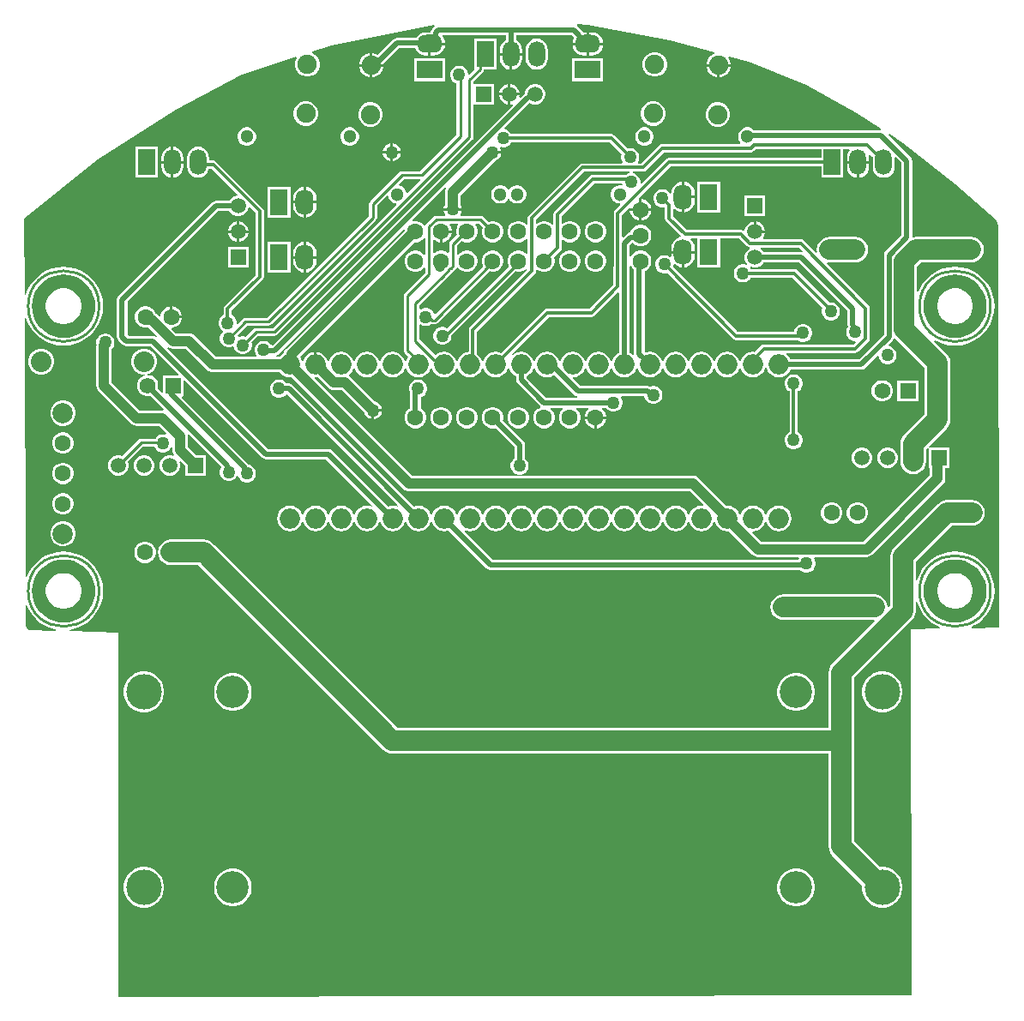
<source format=gtl>
G04*
G04 #@! TF.GenerationSoftware,Altium Limited,Altium Designer,23.6.0 (18)*
G04*
G04 Layer_Physical_Order=1*
G04 Layer_Color=16711680*
%FSLAX25Y25*%
%MOIN*%
G70*
G04*
G04 #@! TF.SameCoordinates,D5263B71-C0EA-4B60-9871-AA0EAEE7EF9D*
G04*
G04*
G04 #@! TF.FilePolarity,Positive*
G04*
G01*
G75*
%ADD10C,0.01181*%
%ADD13C,0.01968*%
%ADD14C,0.01000*%
%ADD15C,0.00787*%
%ADD39C,0.03937*%
%ADD40C,0.07874*%
%ADD41C,0.06299*%
%ADD42C,0.06201*%
%ADD43R,0.06201X0.06201*%
%ADD44C,0.08000*%
%ADD45C,0.05937*%
%ADD46R,0.05937X0.05937*%
%ADD47R,0.05937X0.05937*%
%ADD48C,0.13780*%
%ADD49C,0.12598*%
%ADD50C,0.07874*%
%ADD51R,0.07000X0.10000*%
%ADD52O,0.07000X0.10000*%
%ADD53C,0.07500*%
%ADD54O,0.10000X0.07000*%
%ADD55R,0.10000X0.07000*%
%ADD56O,0.06500X0.10000*%
%ADD57R,0.06500X0.10000*%
%ADD58C,0.05118*%
%ADD59O,0.07874X0.07874*%
%ADD60C,0.05000*%
G36*
X314500Y476500D02*
X346500Y470500D01*
X363734Y465697D01*
X363731Y465197D01*
X363467Y465126D01*
X362383Y464501D01*
X361499Y463617D01*
X360874Y462533D01*
X360550Y461325D01*
Y461200D01*
X370050D01*
Y461325D01*
X369726Y462533D01*
X369101Y463617D01*
X368986Y463731D01*
X369238Y464163D01*
X377000Y462000D01*
X399500Y453000D01*
X419000Y442000D01*
X428355Y436023D01*
X428209Y435523D01*
X379010D01*
X378685Y435848D01*
X377874Y436316D01*
X376969Y436559D01*
X376031D01*
X375126Y436316D01*
X374315Y435848D01*
X373652Y435185D01*
X373183Y434374D01*
X372941Y433469D01*
Y432531D01*
X373183Y431626D01*
X373652Y430815D01*
X373845Y430622D01*
X373638Y430122D01*
X343500D01*
X342879Y429998D01*
X342353Y429647D01*
X335238Y422531D01*
X334111D01*
X333873Y423031D01*
X334230Y423649D01*
X334469Y424539D01*
Y425461D01*
X334230Y426351D01*
X333769Y427149D01*
X333118Y427801D01*
X332319Y428262D01*
X331429Y428500D01*
X330508D01*
X329920Y428342D01*
X324786Y433476D01*
X324260Y433827D01*
X323639Y433951D01*
X284776D01*
X284472Y434478D01*
X283820Y435130D01*
X283022Y435591D01*
X282341Y435773D01*
X282160Y436299D01*
X291915Y446054D01*
X292468Y445735D01*
X293478Y445465D01*
X294523D01*
X295532Y445735D01*
X296437Y446257D01*
X297176Y446996D01*
X297698Y447901D01*
X297969Y448911D01*
Y449956D01*
X297698Y450965D01*
X297176Y451870D01*
X296437Y452609D01*
X295532Y453131D01*
X294523Y453402D01*
X293478D01*
X292468Y453131D01*
X291563Y452609D01*
X290824Y451870D01*
X290302Y450965D01*
X290032Y449956D01*
Y449739D01*
X289567Y449429D01*
X288280Y448141D01*
X287832Y448400D01*
X287968Y448911D01*
Y448933D01*
X284500D01*
Y445465D01*
X284523D01*
X285033Y445601D01*
X285292Y445153D01*
X192010Y351871D01*
X191405Y351937D01*
X191301Y352118D01*
X190649Y352769D01*
X189851Y353230D01*
X188961Y353468D01*
X188039D01*
X187149Y353230D01*
X186351Y352769D01*
X185699Y352118D01*
X185239Y351320D01*
X185000Y350429D01*
Y349508D01*
X185239Y348618D01*
X185699Y347819D01*
X185743Y347776D01*
X185551Y347314D01*
X169920D01*
X161617Y355617D01*
X160997Y356093D01*
X160275Y356392D01*
X159500Y356494D01*
X154450D01*
X152757Y358188D01*
X152948Y358650D01*
X153109D01*
X154165Y358932D01*
X155111Y359479D01*
X155884Y360251D01*
X156430Y361197D01*
X156713Y362253D01*
Y362299D01*
X152563D01*
Y362799D01*
X152063D01*
Y366949D01*
X152017D01*
X150961Y366666D01*
X150015Y366120D01*
X149242Y365347D01*
X148696Y364401D01*
X148413Y363346D01*
Y363184D01*
X147951Y362993D01*
X147209Y363735D01*
X146589Y364211D01*
X146467Y364262D01*
X146430Y364401D01*
X145884Y365347D01*
X145111Y366120D01*
X144165Y366666D01*
X143109Y366949D01*
X142017D01*
X140961Y366666D01*
X140015Y366120D01*
X139242Y365347D01*
X138696Y364401D01*
X138413Y363346D01*
Y362253D01*
X138696Y361197D01*
X139242Y360251D01*
X140015Y359479D01*
X140961Y358932D01*
X142017Y358650D01*
X143109D01*
X143524Y358761D01*
X143608Y358726D01*
X143771Y358705D01*
X147019Y355457D01*
X146700Y355068D01*
X146250Y355369D01*
X145476Y355523D01*
X135991D01*
X135523Y355991D01*
Y368662D01*
X170838Y403977D01*
X175153D01*
X175391Y403563D01*
X176130Y402824D01*
X177035Y402302D01*
X178044Y402032D01*
X179089D01*
X180099Y402302D01*
X181004Y402824D01*
X181743Y403563D01*
X182265Y404468D01*
X182535Y405478D01*
Y405532D01*
X182997Y405724D01*
X185378Y403343D01*
Y379172D01*
X173353Y367147D01*
X173002Y366621D01*
X172878Y366000D01*
Y363605D01*
X172351Y363301D01*
X171699Y362649D01*
X171239Y361851D01*
X171000Y360961D01*
Y360039D01*
X171239Y359149D01*
X171699Y358351D01*
X172351Y357699D01*
X172472Y357629D01*
X172555Y357004D01*
X172199Y356649D01*
X171739Y355851D01*
X171500Y354961D01*
Y354039D01*
X171739Y353149D01*
X172199Y352351D01*
X172851Y351699D01*
X173649Y351238D01*
X174539Y351000D01*
X175461D01*
X176351Y351238D01*
X176388Y351260D01*
X176959Y351012D01*
X177105Y350466D01*
X177566Y349668D01*
X178217Y349016D01*
X179016Y348555D01*
X179906Y348317D01*
X180827D01*
X181718Y348555D01*
X182516Y349016D01*
X183167Y349668D01*
X183628Y350466D01*
X183867Y351356D01*
Y352277D01*
X183681Y352969D01*
X186183Y355471D01*
X192740D01*
X193326Y355587D01*
X193822Y355919D01*
X269581Y431678D01*
X269913Y432174D01*
X270029Y432760D01*
Y444965D01*
X270031Y445465D01*
X270529Y445465D01*
X277969D01*
Y453402D01*
X270031Y453402D01*
X270029Y453901D01*
Y454366D01*
X273667Y458004D01*
X273999Y458500D01*
X274098Y459000D01*
X278856D01*
Y471000D01*
X270356D01*
Y459019D01*
X268462Y457125D01*
X268000Y457316D01*
Y457461D01*
X267761Y458351D01*
X267301Y459149D01*
X266649Y459801D01*
X265851Y460261D01*
X264961Y460500D01*
X264039D01*
X263149Y460261D01*
X262351Y459801D01*
X261699Y459149D01*
X261239Y458351D01*
X261000Y457461D01*
Y456539D01*
X261239Y455649D01*
X261699Y454851D01*
X262351Y454199D01*
X263149Y453738D01*
X263471Y453652D01*
Y433634D01*
X249366Y419529D01*
X242260D01*
X241674Y419413D01*
X241178Y419081D01*
X229919Y407822D01*
X229587Y407326D01*
X229471Y406740D01*
Y402134D01*
X189866Y362529D01*
X181500D01*
X180915Y362413D01*
X180419Y362081D01*
X178500Y360163D01*
X178000Y360370D01*
Y360961D01*
X177761Y361851D01*
X177301Y362649D01*
X176649Y363301D01*
X176122Y363605D01*
Y365328D01*
X188147Y377353D01*
X188498Y377879D01*
X188622Y378500D01*
Y404014D01*
X188498Y404635D01*
X188147Y405161D01*
X170161Y423147D01*
X169635Y423498D01*
X169014Y423622D01*
X167287D01*
Y424750D01*
X167141Y425859D01*
X166712Y426893D01*
X166031Y427781D01*
X165143Y428462D01*
X164110Y428891D01*
X163000Y429037D01*
X161890Y428891D01*
X160857Y428462D01*
X159969Y427781D01*
X159288Y426893D01*
X158859Y425859D01*
X158713Y424750D01*
Y421250D01*
X158859Y420141D01*
X159288Y419107D01*
X159969Y418219D01*
X160857Y417538D01*
X161890Y417109D01*
X163000Y416963D01*
X164110Y417109D01*
X165143Y417538D01*
X166031Y418219D01*
X166712Y419107D01*
X167141Y420141D01*
X167172Y420378D01*
X168343D01*
X178290Y410430D01*
X178099Y409969D01*
X178044D01*
X177035Y409698D01*
X176130Y409176D01*
X175391Y408437D01*
X175153Y408023D01*
X170000D01*
X169226Y407869D01*
X168569Y407431D01*
X132069Y370931D01*
X131631Y370274D01*
X131477Y369500D01*
Y355153D01*
X131631Y354379D01*
X132069Y353723D01*
X133723Y352069D01*
X134379Y351631D01*
X135153Y351477D01*
X144638D01*
X155485Y340629D01*
X155294Y340167D01*
X149321D01*
Y333682D01*
X148859Y333490D01*
X147374Y334976D01*
X147522Y335527D01*
Y336607D01*
X147242Y337650D01*
X146702Y338585D01*
X145939Y339348D01*
X145004Y339888D01*
X143961Y340167D01*
X143349D01*
X143283Y340667D01*
X143930Y340841D01*
X145070Y341499D01*
X146001Y342430D01*
X146659Y343570D01*
X147000Y344842D01*
Y346158D01*
X146659Y347430D01*
X146001Y348570D01*
X145070Y349501D01*
X143930Y350159D01*
X142658Y350500D01*
X141342D01*
X140070Y350159D01*
X138930Y349501D01*
X137999Y348570D01*
X137341Y347430D01*
X137000Y346158D01*
Y344842D01*
X137341Y343570D01*
X137999Y342430D01*
X138930Y341499D01*
X140070Y340841D01*
X141342Y340500D01*
X142191D01*
X142257Y340000D01*
X141839Y339888D01*
X140904Y339348D01*
X140140Y338585D01*
X139600Y337650D01*
X139321Y336607D01*
Y335527D01*
X139600Y334484D01*
X140140Y333549D01*
X140904Y332786D01*
X141839Y332246D01*
X142881Y331966D01*
X143961D01*
X144513Y332114D01*
X149724Y326903D01*
X149490Y326430D01*
X149000Y326494D01*
X140240D01*
X129494Y337240D01*
Y350424D01*
X129801Y350730D01*
X130262Y351529D01*
X130500Y352419D01*
Y353340D01*
X130262Y354230D01*
X129801Y355029D01*
X129149Y355680D01*
X128351Y356141D01*
X127461Y356380D01*
X126539D01*
X125649Y356141D01*
X124851Y355680D01*
X124199Y355029D01*
X123739Y354230D01*
X123500Y353340D01*
Y352419D01*
X123574Y352144D01*
X123506Y351628D01*
Y336000D01*
X123608Y335225D01*
X123907Y334503D01*
X124383Y333883D01*
X136883Y321383D01*
X137503Y320907D01*
X138225Y320608D01*
X139000Y320506D01*
X147760D01*
X150713Y317553D01*
X150698Y317446D01*
X150144Y317076D01*
X149789Y317172D01*
X148868D01*
X147977Y316933D01*
X147179Y316472D01*
X146528Y315821D01*
X146360Y315529D01*
X140933D01*
X140348Y315413D01*
X139852Y315081D01*
X133534Y308764D01*
X133532Y308765D01*
X132522Y309035D01*
X131477D01*
X130468Y308765D01*
X129563Y308243D01*
X128824Y307504D01*
X128302Y306599D01*
X128032Y305589D01*
Y304544D01*
X128302Y303535D01*
X128824Y302630D01*
X129563Y301891D01*
X130468Y301369D01*
X131477Y301098D01*
X132522D01*
X133532Y301369D01*
X134437Y301891D01*
X135176Y302630D01*
X135698Y303535D01*
X135968Y304544D01*
Y305589D01*
X135698Y306599D01*
X135697Y306601D01*
X141567Y312471D01*
X146027D01*
X146067Y312321D01*
X146528Y311523D01*
X147179Y310871D01*
X147977Y310410D01*
X148868Y310172D01*
X149789D01*
X150679Y310410D01*
X151478Y310871D01*
X152129Y311523D01*
X152474Y312121D01*
X152974Y311987D01*
Y311098D01*
X153076Y310324D01*
X153375Y309601D01*
X153643Y309253D01*
X153350Y308814D01*
X152523Y309035D01*
X151478D01*
X150468Y308765D01*
X149563Y308243D01*
X148824Y307504D01*
X148302Y306599D01*
X148031Y305589D01*
Y304544D01*
X148302Y303535D01*
X148824Y302630D01*
X149563Y301891D01*
X150468Y301369D01*
X151478Y301098D01*
X152523D01*
X153532Y301369D01*
X154437Y301891D01*
X155176Y302630D01*
X155698Y303535D01*
X155968Y304544D01*
Y305589D01*
X155761Y306365D01*
X156209Y306624D01*
X158031Y304801D01*
Y301098D01*
X165969D01*
Y309035D01*
X162266D01*
X158963Y312339D01*
Y316531D01*
X158898Y317022D01*
X159372Y317255D01*
X172118Y304509D01*
X171739Y303851D01*
X171500Y302961D01*
Y302039D01*
X171739Y301149D01*
X172199Y300351D01*
X172851Y299699D01*
X173649Y299238D01*
X174539Y299000D01*
X175461D01*
X176351Y299238D01*
X177149Y299699D01*
X177801Y300351D01*
X178142Y300942D01*
X178679Y300872D01*
X178738Y300649D01*
X179199Y299851D01*
X179851Y299199D01*
X180649Y298739D01*
X181539Y298500D01*
X182461D01*
X183351Y298739D01*
X184149Y299199D01*
X184801Y299851D01*
X185261Y300649D01*
X185500Y301539D01*
Y302461D01*
X185261Y303351D01*
X184801Y304149D01*
X184149Y304801D01*
X183351Y305261D01*
X182934Y305373D01*
X182851Y305499D01*
X156845Y331505D01*
X157036Y331966D01*
X157522D01*
Y337940D01*
X157984Y338131D01*
X188045Y308069D01*
X188702Y307631D01*
X189476Y307477D01*
X212775D01*
X230833Y289418D01*
X230550Y288995D01*
X229981Y289230D01*
X228693Y289400D01*
X227404Y289230D01*
X226203Y288733D01*
X225172Y287941D01*
X224380Y286910D01*
X223963Y285903D01*
X223422D01*
X223005Y286910D01*
X222214Y287941D01*
X221182Y288733D01*
X219982Y289230D01*
X218693Y289400D01*
X217404Y289230D01*
X216203Y288733D01*
X215172Y287941D01*
X214380Y286910D01*
X213963Y285903D01*
X213422D01*
X213005Y286910D01*
X212214Y287941D01*
X211182Y288733D01*
X209981Y289230D01*
X208693Y289400D01*
X207404Y289230D01*
X206203Y288733D01*
X205172Y287941D01*
X204380Y286910D01*
X203963Y285903D01*
X203422D01*
X203005Y286910D01*
X202214Y287941D01*
X201183Y288733D01*
X199981Y289230D01*
X198693Y289400D01*
X197404Y289230D01*
X196203Y288733D01*
X195172Y287941D01*
X194380Y286910D01*
X193883Y285709D01*
X193713Y284420D01*
X193883Y283131D01*
X194380Y281930D01*
X195172Y280899D01*
X196203Y280107D01*
X197404Y279610D01*
X198693Y279440D01*
X199981Y279610D01*
X201183Y280107D01*
X202214Y280899D01*
X203005Y281930D01*
X203422Y282937D01*
X203963D01*
X204380Y281930D01*
X205172Y280899D01*
X206203Y280107D01*
X207404Y279610D01*
X208693Y279440D01*
X209981Y279610D01*
X211182Y280107D01*
X212214Y280899D01*
X213005Y281930D01*
X213422Y282937D01*
X213963D01*
X214380Y281930D01*
X215172Y280899D01*
X216203Y280107D01*
X217404Y279610D01*
X218693Y279440D01*
X219982Y279610D01*
X221182Y280107D01*
X222214Y280899D01*
X223005Y281930D01*
X223422Y282937D01*
X223963D01*
X224380Y281930D01*
X225172Y280899D01*
X226203Y280107D01*
X227404Y279610D01*
X228693Y279440D01*
X229981Y279610D01*
X231183Y280107D01*
X232214Y280899D01*
X233005Y281930D01*
X233422Y282937D01*
X233963D01*
X234380Y281930D01*
X235172Y280899D01*
X236203Y280107D01*
X237404Y279610D01*
X238693Y279440D01*
X239982Y279610D01*
X241182Y280107D01*
X242214Y280899D01*
X243005Y281930D01*
X243422Y282937D01*
X243963D01*
X244380Y281930D01*
X245172Y280899D01*
X246203Y280107D01*
X247404Y279610D01*
X248693Y279440D01*
X249981Y279610D01*
X251183Y280107D01*
X252214Y280899D01*
X253005Y281930D01*
X253422Y282937D01*
X253963D01*
X254380Y281930D01*
X255172Y280899D01*
X256203Y280107D01*
X257404Y279610D01*
X258693Y279440D01*
X259981Y279610D01*
X260448Y279803D01*
X275182Y265069D01*
X275838Y264631D01*
X276613Y264477D01*
X397073D01*
X397351Y264199D01*
X398149Y263738D01*
X399039Y263500D01*
X399961D01*
X400851Y263738D01*
X401649Y264199D01*
X402301Y264851D01*
X402762Y265649D01*
X403000Y266539D01*
Y267461D01*
X402762Y268351D01*
X402383Y269006D01*
X402595Y269506D01*
X423000D01*
X423775Y269608D01*
X424497Y269907D01*
X425117Y270383D01*
X452617Y297883D01*
X453093Y298503D01*
X453217Y298802D01*
X453392Y299225D01*
X453494Y300000D01*
Y304098D01*
X454969D01*
Y312035D01*
X447285D01*
X447078Y312535D01*
X454021Y319479D01*
X454021Y319479D01*
X454812Y320510D01*
X455310Y321711D01*
X455480Y323000D01*
Y345000D01*
X455480Y345000D01*
X455310Y346289D01*
X454812Y347490D01*
X454021Y348521D01*
X454021Y348521D01*
X449095Y353447D01*
X449407Y353843D01*
X450246Y353328D01*
X452468Y352408D01*
X454807Y351846D01*
X457205Y351658D01*
X459602Y351846D01*
X461941Y352408D01*
X464163Y353328D01*
X466214Y354585D01*
X468042Y356147D01*
X469604Y357975D01*
X470861Y360026D01*
X471781Y362248D01*
X472343Y364587D01*
X472532Y366984D01*
X472343Y369382D01*
X471781Y371721D01*
X470861Y373942D01*
X469604Y375993D01*
X468042Y377822D01*
X466214Y379384D01*
X464163Y380641D01*
X461941Y381561D01*
X459602Y382122D01*
X457205Y382311D01*
X454807Y382122D01*
X452468Y381561D01*
X450246Y380641D01*
X448196Y379384D01*
X446367Y377822D01*
X444805Y375993D01*
X443548Y373942D01*
X442980Y372569D01*
X442480Y372669D01*
Y382325D01*
X444175Y384020D01*
X463500D01*
X464789Y384190D01*
X465990Y384687D01*
X467021Y385479D01*
X467812Y386510D01*
X468310Y387711D01*
X468480Y389000D01*
X468310Y390289D01*
X467812Y391490D01*
X467021Y392521D01*
X465990Y393313D01*
X464789Y393810D01*
X463500Y393980D01*
X442113D01*
X442112Y393980D01*
X441023Y393836D01*
X440602Y394117D01*
X440523Y394227D01*
Y423500D01*
X440369Y424274D01*
X439931Y424931D01*
X431335Y433526D01*
X431650Y433918D01*
X437000Y430500D01*
X457500Y414500D01*
X473500Y400500D01*
X474000Y398500D01*
X474500Y242000D01*
X463637Y241843D01*
X463536Y242332D01*
X464163Y242592D01*
X466214Y243848D01*
X468042Y245410D01*
X469604Y247239D01*
X470861Y249290D01*
X471781Y251512D01*
X472343Y253850D01*
X472532Y256248D01*
X472343Y258646D01*
X471781Y260984D01*
X470861Y263206D01*
X469604Y265257D01*
X468042Y267086D01*
X466214Y268648D01*
X464163Y269904D01*
X461941Y270825D01*
X459602Y271386D01*
X457205Y271575D01*
X454807Y271386D01*
X452468Y270825D01*
X450246Y269904D01*
X448196Y268648D01*
X446367Y267086D01*
X444805Y265257D01*
X443548Y263206D01*
X442628Y260984D01*
X442480Y260366D01*
X441980Y260425D01*
Y267524D01*
X456114Y281658D01*
X463862D01*
X465151Y281828D01*
X466352Y282325D01*
X467383Y283117D01*
X468175Y284148D01*
X468672Y285349D01*
X468842Y286638D01*
X468672Y287927D01*
X468175Y289128D01*
X467383Y290159D01*
X466352Y290950D01*
X465151Y291448D01*
X463862Y291617D01*
X454051D01*
X454051Y291617D01*
X452762Y291448D01*
X451561Y290950D01*
X450530Y290159D01*
X433479Y273108D01*
X432688Y272076D01*
X432190Y270875D01*
X432020Y269587D01*
X432020Y269586D01*
Y250563D01*
X431415Y249957D01*
X430934Y250183D01*
X430785Y251314D01*
X430288Y252515D01*
X429496Y253546D01*
X428465Y254337D01*
X427264Y254835D01*
X425975Y255005D01*
X425786Y254980D01*
X390500D01*
X389211Y254810D01*
X388010Y254312D01*
X386979Y253521D01*
X386188Y252490D01*
X385690Y251289D01*
X385520Y250000D01*
X385690Y248711D01*
X386188Y247510D01*
X386979Y246479D01*
X388010Y245688D01*
X389211Y245190D01*
X390500Y245020D01*
X425771D01*
X425998Y244540D01*
X409479Y228021D01*
X408687Y226990D01*
X408190Y225789D01*
X408020Y224500D01*
X408020Y224500D01*
Y202980D01*
X240563D01*
X168742Y274801D01*
X167710Y275592D01*
X166509Y276090D01*
X165220Y276259D01*
X165220Y276259D01*
X152382D01*
X151093Y276090D01*
X149892Y275592D01*
X148861Y274801D01*
X148069Y273769D01*
X147572Y272568D01*
X147402Y271280D01*
X147572Y269991D01*
X148069Y268790D01*
X148861Y267758D01*
X149892Y266967D01*
X151093Y266470D01*
X152382Y266300D01*
X163158D01*
X234979Y194479D01*
X234979Y194479D01*
X236010Y193687D01*
X237211Y193190D01*
X238500Y193020D01*
X238500Y193020D01*
X408020D01*
Y156921D01*
X408020Y156921D01*
X408190Y155632D01*
X408687Y154431D01*
X409479Y153400D01*
X421035Y141844D01*
X421024Y141785D01*
Y140231D01*
X421327Y138707D01*
X421922Y137271D01*
X422785Y135978D01*
X423884Y134880D01*
X425176Y134016D01*
X426612Y133421D01*
X428136Y133118D01*
X429691D01*
X431215Y133421D01*
X432651Y134016D01*
X433943Y134880D01*
X435042Y135978D01*
X435905Y137271D01*
X436500Y138707D01*
X436803Y140231D01*
Y141785D01*
X436500Y143309D01*
X435905Y144745D01*
X435042Y146037D01*
X433943Y147136D01*
X432651Y148000D01*
X431215Y148594D01*
X429691Y148898D01*
X428136D01*
X428078Y148886D01*
X417980Y158984D01*
Y200000D01*
X417980Y200000D01*
X417980Y200000D01*
Y222437D01*
X440521Y244979D01*
X440521Y244979D01*
X441313Y246010D01*
X441810Y247211D01*
X441980Y248500D01*
X441980Y248500D01*
Y252071D01*
X442480Y252130D01*
X442628Y251512D01*
X443548Y249290D01*
X444805Y247239D01*
X446367Y245410D01*
X448196Y243848D01*
X450246Y242592D01*
X451304Y242154D01*
X451210Y241663D01*
X440000Y241500D01*
X440499Y99354D01*
X440146Y98999D01*
X132354Y98501D01*
X132000Y98854D01*
Y240174D01*
X113197Y240618D01*
X113146Y241110D01*
X115484Y241671D01*
X117706Y242592D01*
X119757Y243848D01*
X121586Y245410D01*
X123148Y247239D01*
X124404Y249290D01*
X125325Y251512D01*
X125886Y253850D01*
X126075Y256248D01*
X125886Y258646D01*
X125325Y260984D01*
X124404Y263206D01*
X123148Y265257D01*
X121586Y267086D01*
X119757Y268648D01*
X117706Y269904D01*
X115484Y270825D01*
X113146Y271386D01*
X110748Y271575D01*
X108350Y271386D01*
X106012Y270825D01*
X103790Y269904D01*
X101739Y268648D01*
X99910Y267086D01*
X98348Y265257D01*
X97092Y263206D01*
X96425Y261596D01*
X95924Y261694D01*
X95618Y362428D01*
X96114Y362487D01*
X96171Y362248D01*
X97092Y360026D01*
X98348Y357975D01*
X99910Y356147D01*
X101739Y354585D01*
X103790Y353328D01*
X106012Y352408D01*
X108350Y351846D01*
X110748Y351658D01*
X113146Y351846D01*
X115484Y352408D01*
X117706Y353328D01*
X119757Y354585D01*
X121586Y356147D01*
X123148Y357975D01*
X124404Y360026D01*
X125325Y362248D01*
X125886Y364587D01*
X126075Y366984D01*
X125886Y369382D01*
X125325Y371721D01*
X124404Y373942D01*
X123148Y375993D01*
X121586Y377822D01*
X119757Y379384D01*
X117706Y380641D01*
X115484Y381561D01*
X113146Y382122D01*
X110748Y382311D01*
X108350Y382122D01*
X106012Y381561D01*
X103790Y380641D01*
X101739Y379384D01*
X99910Y377822D01*
X98348Y375993D01*
X97092Y373942D01*
X96171Y371721D01*
X96090Y371382D01*
X95590Y371441D01*
X95500Y401000D01*
X124000Y424000D01*
X154500Y443500D01*
X180000Y457000D01*
X201138Y463945D01*
X201476Y463530D01*
X201074Y462833D01*
X200750Y461625D01*
Y460375D01*
X201074Y459167D01*
X201699Y458083D01*
X202583Y457199D01*
X203667Y456574D01*
X204875Y456250D01*
X206125D01*
X207333Y456574D01*
X208417Y457199D01*
X209301Y458083D01*
X209926Y459167D01*
X210250Y460375D01*
Y461625D01*
X209926Y462833D01*
X209301Y463917D01*
X208417Y464801D01*
X207333Y465426D01*
X207249Y465449D01*
X207235Y465949D01*
X215000Y468500D01*
X254819Y476376D01*
X255044Y475963D01*
X255045Y475911D01*
X253911Y474777D01*
X253473Y474121D01*
X253357Y473539D01*
X251500D01*
X250325Y473384D01*
X249231Y472931D01*
X248291Y472209D01*
X247610Y471323D01*
X240300D01*
X239525Y471169D01*
X238869Y470730D01*
X232851Y464712D01*
X232133Y465126D01*
X230925Y465450D01*
X230800D01*
Y461200D01*
X235061D01*
X241138Y467276D01*
X247343D01*
X247569Y466731D01*
X248291Y465791D01*
X249231Y465069D01*
X250325Y464616D01*
X251500Y464461D01*
X252500D01*
Y469000D01*
X253000D01*
Y469500D01*
X258973D01*
X258884Y470175D01*
X258431Y471269D01*
X257888Y471977D01*
X258135Y472477D01*
X282583D01*
Y470512D01*
X282463Y470462D01*
X281575Y469781D01*
X280894Y468893D01*
X280466Y467860D01*
X280320Y466750D01*
Y465500D01*
X288893D01*
Y466750D01*
X288747Y467860D01*
X288319Y468893D01*
X287637Y469781D01*
X286750Y470462D01*
X286629Y470512D01*
Y472477D01*
X308162D01*
X309200Y471439D01*
X309069Y471269D01*
X308616Y470175D01*
X308527Y469500D01*
X314000D01*
Y473539D01*
X313000D01*
X312765Y473508D01*
X312586Y473775D01*
X310431Y475931D01*
X310208Y476079D01*
X310364Y476577D01*
X314500Y476500D01*
D02*
G37*
G36*
X327626Y426049D02*
X327468Y425461D01*
Y424539D01*
X327707Y423649D01*
X328064Y423031D01*
X327826Y422531D01*
X312409D01*
X311789Y422408D01*
X311263Y422056D01*
X291613Y402407D01*
X291262Y401880D01*
X291138Y401260D01*
Y398937D01*
X290638Y398730D01*
X290048Y399321D01*
X289102Y399867D01*
X288046Y400150D01*
X286954D01*
X285898Y399867D01*
X284952Y399321D01*
X284179Y398548D01*
X283633Y397602D01*
X283350Y396546D01*
Y395454D01*
X283633Y394398D01*
X284179Y393452D01*
X284952Y392680D01*
X285898Y392133D01*
X286954Y391850D01*
X288046D01*
X289102Y392133D01*
X290048Y392680D01*
X290638Y393270D01*
X291138Y393063D01*
Y387437D01*
X290638Y387230D01*
X290048Y387821D01*
X289102Y388367D01*
X288046Y388650D01*
X286954D01*
X285898Y388367D01*
X284952Y387821D01*
X284179Y387048D01*
X283633Y386102D01*
X283350Y385046D01*
Y383954D01*
X283633Y382898D01*
X283854Y382517D01*
X259825Y358488D01*
X259351Y358762D01*
X258461Y359000D01*
X257539D01*
X256649Y358762D01*
X255851Y358301D01*
X255199Y357649D01*
X254738Y356851D01*
X254500Y355961D01*
Y355039D01*
X254738Y354149D01*
X255199Y353351D01*
X255851Y352699D01*
X256649Y352238D01*
X257539Y352000D01*
X258461D01*
X259351Y352238D01*
X260149Y352699D01*
X260801Y353351D01*
X261262Y354149D01*
X261500Y355039D01*
Y355837D01*
X286212Y380549D01*
X286954Y380350D01*
X288046D01*
X289102Y380633D01*
X290048Y381179D01*
X290284Y381415D01*
X290826Y381251D01*
X290848Y381141D01*
X268694Y358987D01*
X268342Y358461D01*
X268219Y357840D01*
Y349243D01*
X267361Y349130D01*
X266160Y348633D01*
X265129Y347841D01*
X264337Y346810D01*
X263921Y345803D01*
X263379D01*
X262963Y346810D01*
X262171Y347841D01*
X261140Y348633D01*
X259939Y349130D01*
X258650Y349300D01*
X257361Y349130D01*
X256160Y348633D01*
X255238Y347925D01*
X249029Y354134D01*
Y359644D01*
X249529Y359881D01*
X250149Y359523D01*
X251039Y359284D01*
X251961D01*
X252851Y359523D01*
X253599Y359955D01*
X253953Y359885D01*
X254914D01*
X255500Y360001D01*
X255996Y360333D01*
X276212Y380549D01*
X276954Y380350D01*
X278046D01*
X279102Y380633D01*
X280048Y381179D01*
X280820Y381952D01*
X281367Y382898D01*
X281650Y383954D01*
Y385046D01*
X281367Y386102D01*
X280820Y387048D01*
X280048Y387821D01*
X279102Y388367D01*
X278046Y388650D01*
X276954D01*
X275898Y388367D01*
X274952Y387821D01*
X274180Y387048D01*
X273633Y386102D01*
X273350Y385046D01*
Y383954D01*
X273633Y382898D01*
X273854Y382517D01*
X255265Y363928D01*
X254782Y364058D01*
X254762Y364135D01*
X254301Y364933D01*
X253649Y365585D01*
X252851Y366046D01*
X251961Y366284D01*
X251039D01*
X250149Y366046D01*
X249529Y365688D01*
X249029Y365925D01*
Y367367D01*
X259291Y377628D01*
X259518Y377780D01*
X261307Y379569D01*
X261694Y379887D01*
X261720Y379898D01*
X261745Y379958D01*
X261766Y379987D01*
X262055Y380357D01*
X262284Y380636D01*
X262328Y380665D01*
X263231Y381568D01*
X263563Y382064D01*
X264083Y382119D01*
X264179Y381952D01*
X264952Y381179D01*
X265898Y380633D01*
X266954Y380350D01*
X268046D01*
X269102Y380633D01*
X270048Y381179D01*
X270820Y381952D01*
X271367Y382898D01*
X271650Y383954D01*
Y385046D01*
X271367Y386102D01*
X270820Y387048D01*
X270048Y387821D01*
X269102Y388367D01*
X268046Y388650D01*
X266954D01*
X265898Y388367D01*
X264952Y387821D01*
X264179Y387048D01*
X264162Y387018D01*
X263679Y387147D01*
Y390516D01*
X265516Y392354D01*
X265898Y392133D01*
X266954Y391850D01*
X268046D01*
X269102Y392133D01*
X270048Y392680D01*
X270820Y393452D01*
X271367Y394398D01*
X271650Y395454D01*
Y396546D01*
X271367Y397602D01*
X270820Y398548D01*
X270710Y398658D01*
X270901Y399120D01*
X272217D01*
X273671Y397667D01*
X273633Y397602D01*
X273350Y396546D01*
Y395454D01*
X273633Y394398D01*
X274180Y393452D01*
X274952Y392680D01*
X275898Y392133D01*
X276954Y391850D01*
X278046D01*
X279102Y392133D01*
X280048Y392680D01*
X280820Y393452D01*
X281367Y394398D01*
X281650Y395454D01*
Y396546D01*
X281367Y397602D01*
X280820Y398548D01*
X280048Y399321D01*
X279102Y399867D01*
X278046Y400150D01*
X276954D01*
X275898Y399867D01*
X275834Y399829D01*
X273932Y401731D01*
X273436Y402063D01*
X272850Y402179D01*
X265141D01*
X264904Y402679D01*
X265262Y403299D01*
X265490Y404150D01*
X258510D01*
X258738Y403299D01*
X259096Y402679D01*
X258859Y402179D01*
X255574D01*
X254989Y402063D01*
X254493Y401731D01*
X251769Y399007D01*
X251437Y398511D01*
X251433Y398488D01*
X250906Y398400D01*
X250820Y398548D01*
X250048Y399321D01*
X249102Y399867D01*
X248046Y400150D01*
X246954D01*
X246632Y400063D01*
X246373Y400512D01*
X259096Y413235D01*
X259473Y412905D01*
X259407Y412819D01*
X259108Y412097D01*
X259006Y411322D01*
Y406464D01*
X258738Y406001D01*
X258510Y405150D01*
X265490D01*
X265262Y406001D01*
X264994Y406464D01*
Y410082D01*
X278432Y423519D01*
X278645Y423576D01*
X279443Y424037D01*
X280095Y424689D01*
X280555Y425487D01*
X280783Y426338D01*
X277294D01*
Y427338D01*
X280783D01*
X280555Y428189D01*
X280352Y428542D01*
X280681Y428971D01*
X281210Y428829D01*
X282132D01*
X283022Y429068D01*
X283820Y429529D01*
X284472Y430180D01*
X284776Y430707D01*
X322968D01*
X327626Y426049D01*
D02*
G37*
G36*
X416229Y427469D02*
X415788Y426893D01*
X415359Y425859D01*
X415213Y424750D01*
Y423500D01*
X423787D01*
Y424750D01*
X423641Y425859D01*
X424065Y426142D01*
X425108Y425098D01*
X425247Y425005D01*
X425213Y424750D01*
Y421250D01*
X425359Y420141D01*
X425788Y419107D01*
X426469Y418219D01*
X427357Y417538D01*
X428391Y417109D01*
X429500Y416963D01*
X430610Y417109D01*
X431643Y417538D01*
X432531Y418219D01*
X433212Y419107D01*
X433641Y420141D01*
X433787Y421250D01*
Y424645D01*
X434214Y424925D01*
X436477Y422662D01*
Y394599D01*
X430148Y388271D01*
X429710Y387614D01*
X429556Y386840D01*
Y355917D01*
X419982Y346343D01*
X393256D01*
X393062Y346810D01*
X392271Y347841D01*
X391571Y348378D01*
X391741Y348878D01*
X418500D01*
X419121Y349002D01*
X419647Y349353D01*
X423647Y353353D01*
X423998Y353879D01*
X424122Y354500D01*
Y366204D01*
X423998Y366825D01*
X423647Y367351D01*
X407327Y383670D01*
X407561Y384144D01*
X408500Y384020D01*
X418500D01*
X419789Y384190D01*
X420990Y384687D01*
X422021Y385479D01*
X422813Y386510D01*
X423310Y387711D01*
X423480Y389000D01*
X423310Y390289D01*
X422813Y391490D01*
X422021Y392521D01*
X420990Y393313D01*
X419789Y393810D01*
X418500Y393980D01*
X408500D01*
X407211Y393810D01*
X406010Y393313D01*
X404979Y392521D01*
X404187Y391490D01*
X403690Y390289D01*
X403520Y389000D01*
X403644Y388061D01*
X403170Y387827D01*
X398351Y392647D01*
X397825Y392998D01*
X397204Y393122D01*
X382792D01*
X382642Y393622D01*
X383131Y394468D01*
X383402Y395478D01*
Y395500D01*
X379433D01*
Y396000D01*
X378933D01*
Y399969D01*
X378911D01*
X377901Y399698D01*
X376996Y399176D01*
X376257Y398437D01*
X375735Y397532D01*
X375465Y396522D01*
Y396481D01*
X374965Y396259D01*
X374606Y396498D01*
X373986Y396622D01*
X352950D01*
X347761Y401811D01*
Y404703D01*
X348234Y404864D01*
X348291Y404791D01*
X349231Y404069D01*
X350325Y403616D01*
X351000Y403527D01*
Y409500D01*
Y415473D01*
X350325Y415384D01*
X349231Y414931D01*
X348291Y414209D01*
X347569Y413269D01*
X347116Y412175D01*
X346961Y411000D01*
X346461Y410871D01*
X346301Y411149D01*
X345649Y411801D01*
X344851Y412261D01*
X343961Y412500D01*
X343039D01*
X342149Y412261D01*
X341351Y411801D01*
X340699Y411149D01*
X340238Y410351D01*
X340000Y409461D01*
Y408539D01*
X340238Y407649D01*
X340699Y406851D01*
X341351Y406199D01*
X342149Y405738D01*
X343039Y405500D01*
X343961D01*
X344121Y405543D01*
X344517Y405238D01*
Y401139D01*
X344641Y400518D01*
X344992Y399992D01*
X350610Y394374D01*
X350450Y393901D01*
X350325Y393884D01*
X349231Y393431D01*
X348291Y392709D01*
X347569Y391769D01*
X347116Y390675D01*
X346961Y389500D01*
Y388500D01*
X351500D01*
X356039D01*
Y389500D01*
X355884Y390675D01*
X355431Y391769D01*
X354709Y392709D01*
X354455Y392905D01*
X354615Y393378D01*
X357000D01*
Y382000D01*
X366000D01*
Y393378D01*
X373314D01*
X376339Y390353D01*
X376339Y390353D01*
X376398Y390294D01*
X376924Y389943D01*
X377222Y389883D01*
X377309Y389356D01*
X376996Y389176D01*
X376257Y388437D01*
X375735Y387532D01*
X375465Y386523D01*
Y385477D01*
X375735Y384468D01*
X376257Y383563D01*
X376402Y383419D01*
X376095Y383019D01*
X376092Y383020D01*
X375202Y383259D01*
X374281D01*
X373390Y383020D01*
X372592Y382559D01*
X371940Y381908D01*
X371480Y381110D01*
X371241Y380220D01*
Y379298D01*
X371480Y378408D01*
X371940Y377610D01*
X372592Y376958D01*
X373390Y376497D01*
X374281Y376259D01*
X375202D01*
X376092Y376497D01*
X376890Y376958D01*
X377542Y377610D01*
X377846Y378137D01*
X394070D01*
X405781Y366425D01*
X405738Y366351D01*
X405500Y365461D01*
Y364539D01*
X405738Y363649D01*
X406199Y362851D01*
X406851Y362199D01*
X407649Y361738D01*
X408539Y361500D01*
X409461D01*
X410351Y361738D01*
X411149Y362199D01*
X411801Y362851D01*
X412261Y363649D01*
X412500Y364539D01*
Y365461D01*
X412261Y366351D01*
X411801Y367149D01*
X411149Y367801D01*
X410351Y368262D01*
X409461Y368500D01*
X408539D01*
X408345Y368448D01*
X395888Y380906D01*
X395362Y381257D01*
X394741Y381381D01*
X377846D01*
X377542Y381908D01*
X377484Y381965D01*
X377792Y382365D01*
X377901Y382302D01*
X378911Y382031D01*
X379956D01*
X380965Y382302D01*
X381870Y382824D01*
X382609Y383563D01*
X382847Y383977D01*
X396662D01*
X415477Y365162D01*
Y363669D01*
X415487Y363616D01*
Y359669D01*
X415595Y359126D01*
X415148Y358351D01*
X414910Y357461D01*
Y356539D01*
X415148Y355649D01*
X415609Y354851D01*
X416260Y354199D01*
X417059Y353738D01*
X417949Y353500D01*
X418499D01*
X418707Y353000D01*
X417828Y352122D01*
X383000D01*
X382379Y351998D01*
X381853Y351647D01*
X379444Y349237D01*
X379418Y349199D01*
X378650Y349300D01*
X377361Y349130D01*
X376160Y348633D01*
X375129Y347841D01*
X374338Y346810D01*
X373921Y345803D01*
X373379D01*
X372962Y346810D01*
X372171Y347841D01*
X371140Y348633D01*
X369939Y349130D01*
X368650Y349300D01*
X367361Y349130D01*
X366160Y348633D01*
X365129Y347841D01*
X364337Y346810D01*
X363921Y345803D01*
X363379D01*
X362963Y346810D01*
X362171Y347841D01*
X361140Y348633D01*
X359939Y349130D01*
X358650Y349300D01*
X357361Y349130D01*
X356160Y348633D01*
X355129Y347841D01*
X354338Y346810D01*
X353921Y345803D01*
X353379D01*
X352962Y346810D01*
X352171Y347841D01*
X351140Y348633D01*
X349939Y349130D01*
X348650Y349300D01*
X347361Y349130D01*
X346160Y348633D01*
X345129Y347841D01*
X344338Y346810D01*
X343921Y345803D01*
X343379D01*
X342963Y346810D01*
X342171Y347841D01*
X341140Y348633D01*
X339939Y349130D01*
X338650Y349300D01*
X337361Y349130D01*
X336894Y348937D01*
X336523Y349308D01*
Y380612D01*
X336602Y380633D01*
X337548Y381179D01*
X338320Y381952D01*
X338867Y382898D01*
X339150Y383954D01*
Y385046D01*
X338867Y386102D01*
X338320Y387048D01*
X337548Y387821D01*
X336602Y388367D01*
X335546Y388650D01*
X334454D01*
X333398Y388367D01*
X332452Y387821D01*
X331680Y387048D01*
X331279Y386354D01*
X330779Y386488D01*
Y390662D01*
X331869Y391752D01*
X331879D01*
X332452Y391179D01*
X333398Y390633D01*
X334454Y390350D01*
X335546D01*
X336602Y390633D01*
X337548Y391179D01*
X338320Y391952D01*
X338867Y392898D01*
X339150Y393954D01*
Y395046D01*
X338867Y396102D01*
X338320Y397048D01*
X337548Y397820D01*
X336602Y398367D01*
X335546Y398650D01*
X334454D01*
X333398Y398367D01*
X332452Y397820D01*
X331680Y397048D01*
X331133Y396102D01*
X331052Y395799D01*
X331031D01*
X330257Y395645D01*
X329601Y395206D01*
X328265Y393870D01*
X327803Y394061D01*
Y402509D01*
X330358Y405064D01*
X330506Y405000D01*
X334500D01*
Y408994D01*
X334436Y409142D01*
X346672Y421378D01*
X405250D01*
Y417000D01*
X413750D01*
Y427969D01*
X415983D01*
X416229Y427469D01*
D02*
G37*
G36*
X405250Y424622D02*
X346000D01*
X345379Y424498D01*
X344853Y424147D01*
X335292Y414585D01*
X334843Y414844D01*
X334858Y414897D01*
Y415818D01*
X334619Y416709D01*
X334158Y417507D01*
X333507Y418158D01*
X332709Y418619D01*
X332079Y418788D01*
X332145Y419288D01*
X335910D01*
X336530Y419411D01*
X337056Y419763D01*
X344172Y426878D01*
X377868D01*
X378489Y427002D01*
X379015Y427353D01*
X379631Y427969D01*
X405250D01*
Y424622D01*
D02*
G37*
G36*
X327958Y414418D02*
X327572Y414031D01*
X327469Y414059D01*
X326531D01*
X325626Y413816D01*
X324815Y413348D01*
X324152Y412685D01*
X323684Y411874D01*
X323441Y410969D01*
Y410031D01*
X323684Y409126D01*
X324152Y408315D01*
X324815Y407652D01*
X325626Y407184D01*
X326531Y406941D01*
X326940D01*
X327148Y406441D01*
X325034Y404328D01*
X324683Y403802D01*
X324559Y403181D01*
Y382749D01*
X324453Y382217D01*
Y375247D01*
X315328Y366122D01*
X298830D01*
X298209Y365998D01*
X297683Y365647D01*
X280807Y348770D01*
X279939Y349130D01*
X278650Y349300D01*
X277361Y349130D01*
X276160Y348633D01*
X275129Y347841D01*
X274338Y346810D01*
X273921Y345803D01*
X273379D01*
X272962Y346810D01*
X272171Y347841D01*
X271462Y348385D01*
Y357169D01*
X293907Y379613D01*
X294258Y380139D01*
X294382Y380760D01*
Y381097D01*
X294844Y381288D01*
X294952Y381179D01*
X295898Y380633D01*
X296954Y380350D01*
X298046D01*
X299102Y380633D01*
X300048Y381179D01*
X300820Y381952D01*
X301367Y382898D01*
X301650Y383954D01*
Y385046D01*
X301373Y386079D01*
X303907Y388613D01*
X304258Y389139D01*
X304382Y389760D01*
Y392597D01*
X304843Y392788D01*
X304952Y392680D01*
X305898Y392133D01*
X306954Y391850D01*
X308046D01*
X309102Y392133D01*
X310048Y392680D01*
X310821Y393452D01*
X311367Y394398D01*
X311650Y395454D01*
Y396546D01*
X311367Y397602D01*
X310821Y398548D01*
X310048Y399321D01*
X309102Y399867D01*
X308046Y400150D01*
X306954D01*
X305898Y399867D01*
X304952Y399321D01*
X304843Y399212D01*
X304382Y399403D01*
Y402088D01*
X317172Y414878D01*
X327832D01*
X327958Y414418D01*
D02*
G37*
G36*
X249548Y415971D02*
X244522Y410944D01*
X244012Y411142D01*
X243816Y411874D01*
X243348Y412685D01*
X242685Y413348D01*
X241874Y413816D01*
X241142Y414012D01*
X240944Y414522D01*
X242893Y416471D01*
X249341D01*
X249548Y415971D01*
D02*
G37*
G36*
X330636Y418788D02*
X330007Y418619D01*
X329208Y418158D01*
X329172Y418122D01*
X316500D01*
X315879Y417998D01*
X315353Y417647D01*
X301613Y403907D01*
X301262Y403380D01*
X301138Y402760D01*
Y398937D01*
X300638Y398730D01*
X300048Y399321D01*
X299102Y399867D01*
X298046Y400150D01*
X296954D01*
X295898Y399867D01*
X294952Y399321D01*
X294844Y399212D01*
X294382Y399403D01*
Y400588D01*
X313081Y419288D01*
X330570D01*
X330636Y418788D01*
D02*
G37*
G36*
X264290Y398658D02*
X264179Y398548D01*
X263633Y397602D01*
X263350Y396546D01*
Y395454D01*
X263549Y394712D01*
X261068Y392231D01*
X260737Y391735D01*
X260620Y391150D01*
Y387901D01*
X260158Y387710D01*
X260048Y387821D01*
X259102Y388367D01*
X258046Y388650D01*
X256954D01*
X255898Y388367D01*
X254952Y387821D01*
X254842Y387710D01*
X254380Y387901D01*
Y392599D01*
X254842Y392790D01*
X254952Y392680D01*
X255898Y392133D01*
X256954Y391850D01*
X257000D01*
Y396000D01*
X257500D01*
Y396500D01*
X261650D01*
Y396546D01*
X261367Y397602D01*
X260821Y398548D01*
X260710Y398658D01*
X260901Y399120D01*
X264099D01*
X264290Y398658D01*
D02*
G37*
G36*
X397972Y388439D02*
X397726Y387978D01*
X397500Y388023D01*
X382847D01*
X382609Y388437D01*
X381870Y389176D01*
X381557Y389356D01*
X381614Y389843D01*
X381653Y389878D01*
X396533D01*
X397972Y388439D01*
D02*
G37*
G36*
X251321Y393353D02*
Y387147D01*
X250838Y387018D01*
X250820Y387048D01*
X250048Y387821D01*
X249102Y388367D01*
X248046Y388650D01*
X246954D01*
X245898Y388367D01*
X244952Y387821D01*
X244180Y387048D01*
X243633Y386102D01*
X243350Y385046D01*
Y383954D01*
X243633Y382898D01*
X244180Y381952D01*
X244952Y381179D01*
X245898Y380633D01*
X246954Y380350D01*
X248046D01*
X249102Y380633D01*
X250048Y381179D01*
X250820Y381952D01*
X250838Y381982D01*
X251321Y381853D01*
Y379984D01*
X243419Y372081D01*
X243087Y371585D01*
X242971Y371000D01*
Y349843D01*
X243087Y349257D01*
X243419Y348761D01*
X244786Y347394D01*
X244338Y346810D01*
X243921Y345803D01*
X243379D01*
X242963Y346810D01*
X242171Y347841D01*
X241140Y348633D01*
X239939Y349130D01*
X238650Y349300D01*
X237361Y349130D01*
X236160Y348633D01*
X235129Y347841D01*
X234337Y346810D01*
X233921Y345803D01*
X233379D01*
X232962Y346810D01*
X232171Y347841D01*
X231140Y348633D01*
X229939Y349130D01*
X228650Y349300D01*
X227361Y349130D01*
X226160Y348633D01*
X225129Y347841D01*
X224338Y346810D01*
X223921Y345803D01*
X223379D01*
X222962Y346810D01*
X222171Y347841D01*
X221140Y348633D01*
X219939Y349130D01*
X218650Y349300D01*
X217361Y349130D01*
X216160Y348633D01*
X215129Y347841D01*
X214337Y346810D01*
X213921Y345803D01*
X213379D01*
X212963Y346810D01*
X212171Y347841D01*
X211140Y348633D01*
X209939Y349130D01*
X209150Y349234D01*
Y344320D01*
X208150D01*
Y349234D01*
X207361Y349130D01*
X206160Y348633D01*
X205129Y347841D01*
X204338Y346810D01*
X203921Y345803D01*
X203379D01*
X202962Y346810D01*
X202564Y347329D01*
X247085Y391850D01*
X248046D01*
X249102Y392133D01*
X250048Y392680D01*
X250820Y393452D01*
X250838Y393482D01*
X251321Y393353D01*
D02*
G37*
G36*
X236987Y409858D02*
X237183Y409126D01*
X237652Y408315D01*
X238315Y407652D01*
X239126Y407184D01*
X239858Y406987D01*
X240056Y406478D01*
X192107Y358529D01*
X185550D01*
X184965Y358413D01*
X184468Y358081D01*
X181518Y355132D01*
X180827Y355317D01*
X179906D01*
X179016Y355078D01*
X178979Y355057D01*
X178542Y355246D01*
X178429Y355766D01*
X182133Y359471D01*
X190500D01*
X191085Y359587D01*
X191581Y359919D01*
X232081Y400419D01*
X232413Y400915D01*
X232529Y401500D01*
Y406107D01*
X236478Y410056D01*
X236987Y409858D01*
D02*
G37*
G36*
X459124Y379101D02*
X460995Y378651D01*
X462774Y377915D01*
X464415Y376909D01*
X465879Y375659D01*
X467129Y374195D01*
X468135Y372553D01*
X468872Y370775D01*
X469321Y368903D01*
X469472Y366984D01*
X469321Y365065D01*
X468872Y363193D01*
X468135Y361415D01*
X467129Y359774D01*
X465879Y358310D01*
X464415Y357060D01*
X462774Y356054D01*
X460995Y355317D01*
X459124Y354868D01*
X457205Y354717D01*
X455286Y354868D01*
X453414Y355317D01*
X451636Y356054D01*
X449994Y357060D01*
X448530Y358310D01*
X447280Y359774D01*
X446274Y361415D01*
X445538Y363193D01*
X445088Y365065D01*
X444937Y366984D01*
X445088Y368903D01*
X445538Y370775D01*
X446274Y372553D01*
X447280Y374195D01*
X448530Y375659D01*
X449994Y376909D01*
X451636Y377915D01*
X453414Y378651D01*
X455286Y379101D01*
X457205Y379252D01*
X459124Y379101D01*
D02*
G37*
G36*
X112667D02*
X114539Y378651D01*
X116317Y377915D01*
X117959Y376909D01*
X119422Y375659D01*
X120673Y374195D01*
X121678Y372553D01*
X122415Y370775D01*
X122864Y368903D01*
X123015Y366984D01*
X122864Y365065D01*
X122415Y363193D01*
X121678Y361415D01*
X120673Y359774D01*
X119422Y358310D01*
X117959Y357060D01*
X116317Y356054D01*
X114539Y355317D01*
X112667Y354868D01*
X110748Y354717D01*
X108829Y354868D01*
X106957Y355317D01*
X105179Y356054D01*
X103537Y357060D01*
X102074Y358310D01*
X100823Y359774D01*
X99818Y361415D01*
X99081Y363193D01*
X98632Y365065D01*
X98481Y366984D01*
X98632Y368903D01*
X99081Y370775D01*
X99818Y372553D01*
X100823Y374195D01*
X102074Y375659D01*
X103537Y376909D01*
X105179Y377915D01*
X106957Y378651D01*
X108829Y379101D01*
X110748Y379252D01*
X112667Y379101D01*
D02*
G37*
G36*
X331680Y381952D02*
X332452Y381179D01*
X332477Y381165D01*
Y348470D01*
X332538Y348163D01*
X332417Y348056D01*
X332078Y347913D01*
X331140Y348633D01*
X330673Y348826D01*
Y380724D01*
X330779Y381256D01*
Y382512D01*
X331279Y382646D01*
X331680Y381952D01*
D02*
G37*
G36*
X243191Y396623D02*
X243199Y396434D01*
X197286Y350520D01*
X196810Y349900D01*
X196511Y349178D01*
X196455Y348755D01*
X196160Y348633D01*
X195129Y347841D01*
X194725Y347314D01*
X193571D01*
X193554Y347356D01*
X193488Y347814D01*
X194052Y348191D01*
X242682Y396821D01*
X243191Y396623D01*
D02*
G37*
G36*
X326627Y372180D02*
Y348826D01*
X326160Y348633D01*
X325129Y347841D01*
X324338Y346810D01*
X323921Y345803D01*
X323379D01*
X322962Y346810D01*
X322171Y347841D01*
X321140Y348633D01*
X319939Y349130D01*
X318650Y349300D01*
X317361Y349130D01*
X316160Y348633D01*
X315129Y347841D01*
X314337Y346810D01*
X313921Y345803D01*
X313379D01*
X312963Y346810D01*
X312171Y347841D01*
X311140Y348633D01*
X309939Y349130D01*
X308650Y349300D01*
X307361Y349130D01*
X306160Y348633D01*
X305129Y347841D01*
X304338Y346810D01*
X303921Y345803D01*
X303379D01*
X302962Y346810D01*
X302171Y347841D01*
X301140Y348633D01*
X299939Y349130D01*
X298650Y349300D01*
X297361Y349130D01*
X296160Y348633D01*
X295129Y347841D01*
X294338Y346810D01*
X293921Y345803D01*
X293379D01*
X292963Y346810D01*
X292171Y347841D01*
X291140Y348633D01*
X289939Y349130D01*
X288650Y349300D01*
X287361Y349130D01*
X286160Y348633D01*
X285313Y347982D01*
X284982Y348359D01*
X299502Y362878D01*
X316000D01*
X316621Y363002D01*
X317147Y363353D01*
X326165Y372372D01*
X326627Y372180D01*
D02*
G37*
G36*
X433990Y354468D02*
X445520Y342937D01*
Y325063D01*
X437400Y316942D01*
X436609Y315911D01*
X436111Y314710D01*
X435942Y313421D01*
X435942Y313421D01*
Y306567D01*
X436111Y305278D01*
X436609Y304077D01*
X437400Y303046D01*
X438432Y302255D01*
X439632Y301757D01*
X440921Y301587D01*
X442210Y301757D01*
X443411Y302255D01*
X444442Y303046D01*
X445234Y304077D01*
X445731Y305278D01*
X445901Y306567D01*
Y311359D01*
X446531Y311989D01*
X447031Y311782D01*
Y304098D01*
X447506D01*
Y301240D01*
X421760Y275494D01*
X381853D01*
X378337Y279010D01*
X378559Y279458D01*
X378693Y279440D01*
X379981Y279610D01*
X381183Y280107D01*
X382214Y280899D01*
X383005Y281930D01*
X383422Y282937D01*
X383963D01*
X384380Y281930D01*
X385172Y280899D01*
X386203Y280107D01*
X387404Y279610D01*
X388693Y279440D01*
X389982Y279610D01*
X391182Y280107D01*
X392214Y280899D01*
X393005Y281930D01*
X393503Y283131D01*
X393672Y284420D01*
X393503Y285709D01*
X393005Y286910D01*
X392214Y287941D01*
X391182Y288733D01*
X389982Y289230D01*
X388693Y289400D01*
X387404Y289230D01*
X386203Y288733D01*
X385172Y287941D01*
X384380Y286910D01*
X383963Y285903D01*
X383422D01*
X383005Y286910D01*
X382214Y287941D01*
X381183Y288733D01*
X379981Y289230D01*
X378693Y289400D01*
X377404Y289230D01*
X376203Y288733D01*
X375172Y287941D01*
X374380Y286910D01*
X373963Y285903D01*
X373422D01*
X373005Y286910D01*
X372214Y287941D01*
X371182Y288733D01*
X369982Y289230D01*
X368693Y289400D01*
X368376Y289358D01*
X357617Y300117D01*
X356997Y300593D01*
X356275Y300892D01*
X355500Y300994D01*
X246210D01*
X208295Y338910D01*
X208516Y339358D01*
X208650Y339340D01*
X209539Y339458D01*
X209627Y339342D01*
X213672Y335297D01*
X214293Y334822D01*
X214592Y334698D01*
X215015Y334522D01*
X215790Y334420D01*
X218845D01*
X227600Y325665D01*
X227738Y325149D01*
X228199Y324351D01*
X228851Y323699D01*
X229649Y323238D01*
X230500Y323010D01*
Y326500D01*
X231000D01*
Y327000D01*
X234489D01*
X234261Y327851D01*
X233801Y328649D01*
X233149Y329301D01*
X232351Y329762D01*
X231835Y329900D01*
X222203Y339532D01*
X221772Y339862D01*
X221716Y340450D01*
X222171Y340799D01*
X222962Y341830D01*
X223379Y342837D01*
X223921D01*
X224338Y341830D01*
X225129Y340799D01*
X226160Y340007D01*
X227361Y339510D01*
X228650Y339340D01*
X229939Y339510D01*
X231140Y340007D01*
X232171Y340799D01*
X232962Y341830D01*
X233379Y342837D01*
X233921D01*
X234337Y341830D01*
X235129Y340799D01*
X236160Y340007D01*
X237361Y339510D01*
X238650Y339340D01*
X239939Y339510D01*
X241140Y340007D01*
X242171Y340799D01*
X242963Y341830D01*
X243379Y342837D01*
X243921D01*
X244338Y341830D01*
X245129Y340799D01*
X246160Y340007D01*
X247361Y339510D01*
X248650Y339340D01*
X249939Y339510D01*
X251140Y340007D01*
X252171Y340799D01*
X252962Y341830D01*
X253379Y342837D01*
X253921D01*
X254338Y341830D01*
X255129Y340799D01*
X256160Y340007D01*
X257361Y339510D01*
X258650Y339340D01*
X259939Y339510D01*
X261140Y340007D01*
X262171Y340799D01*
X262963Y341830D01*
X263379Y342837D01*
X263921D01*
X264337Y341830D01*
X265129Y340799D01*
X266160Y340007D01*
X267361Y339510D01*
X268650Y339340D01*
X269939Y339510D01*
X271140Y340007D01*
X272171Y340799D01*
X272962Y341830D01*
X273379Y342837D01*
X273921D01*
X274338Y341830D01*
X275129Y340799D01*
X276160Y340007D01*
X277361Y339510D01*
X278650Y339340D01*
X279939Y339510D01*
X281140Y340007D01*
X282171Y340799D01*
X282962Y341830D01*
X283379Y342837D01*
X283921D01*
X284337Y341830D01*
X285129Y340799D01*
X286160Y340007D01*
X286627Y339814D01*
Y338350D01*
X286781Y337576D01*
X287219Y336919D01*
X296043Y328096D01*
X296045Y327829D01*
X296002Y327567D01*
X295899Y327539D01*
X294953Y326993D01*
X294180Y326221D01*
X293634Y325274D01*
X293351Y324219D01*
Y323126D01*
X293634Y322071D01*
X294180Y321125D01*
X294953Y320352D01*
X295899Y319806D01*
X296955Y319523D01*
X298047D01*
X299103Y319806D01*
X300049Y320352D01*
X300821Y321125D01*
X301368Y322071D01*
X301651Y323126D01*
Y324219D01*
X301368Y325274D01*
X300821Y326221D01*
X300065Y326977D01*
X300070Y327077D01*
X300177Y327477D01*
X304825D01*
X304932Y327077D01*
X304937Y326977D01*
X304181Y326221D01*
X303634Y325274D01*
X303351Y324219D01*
Y323126D01*
X303634Y322071D01*
X304181Y321125D01*
X304953Y320352D01*
X305899Y319806D01*
X306955Y319523D01*
X308047D01*
X309103Y319806D01*
X310049Y320352D01*
X310822Y321125D01*
X311368Y322071D01*
X311651Y323126D01*
Y324219D01*
X311368Y325274D01*
X310822Y326221D01*
X310065Y326977D01*
X310070Y327077D01*
X310177Y327477D01*
X314825D01*
X314932Y327077D01*
X314937Y326977D01*
X314180Y326221D01*
X313634Y325274D01*
X313351Y324219D01*
Y324173D01*
X317501D01*
X321651D01*
Y324219D01*
X321368Y325274D01*
X320821Y326221D01*
X320065Y326977D01*
X320070Y327077D01*
X320177Y327477D01*
X321627D01*
X321699Y327351D01*
X322351Y326699D01*
X323149Y326238D01*
X324039Y326000D01*
X324961D01*
X325851Y326238D01*
X326649Y326699D01*
X327301Y327351D01*
X327762Y328149D01*
X328000Y329039D01*
Y329961D01*
X327762Y330851D01*
X327409Y331461D01*
X327653Y331961D01*
X336521D01*
X336738Y331149D01*
X337199Y330351D01*
X337851Y329699D01*
X338649Y329239D01*
X339539Y329000D01*
X340461D01*
X341351Y329239D01*
X342149Y329699D01*
X342801Y330351D01*
X343262Y331149D01*
X343500Y332039D01*
Y332961D01*
X343262Y333851D01*
X342801Y334649D01*
X342149Y335301D01*
X341351Y335761D01*
X340461Y336000D01*
X339539D01*
X338649Y335761D01*
X338627Y335749D01*
X338470Y335853D01*
X337695Y336007D01*
X311450D01*
X308575Y338882D01*
X308804Y339361D01*
X309939Y339510D01*
X311140Y340007D01*
X312171Y340799D01*
X312963Y341830D01*
X313379Y342837D01*
X313921D01*
X314337Y341830D01*
X315129Y340799D01*
X316160Y340007D01*
X317361Y339510D01*
X318650Y339340D01*
X319939Y339510D01*
X321140Y340007D01*
X322171Y340799D01*
X322962Y341830D01*
X323379Y342837D01*
X323921D01*
X324338Y341830D01*
X325129Y340799D01*
X326160Y340007D01*
X327361Y339510D01*
X328650Y339340D01*
X329939Y339510D01*
X331140Y340007D01*
X332171Y340799D01*
X332962Y341830D01*
X333379Y342837D01*
X333921D01*
X334337Y341830D01*
X335129Y340799D01*
X336160Y340007D01*
X337361Y339510D01*
X338650Y339340D01*
X339939Y339510D01*
X341140Y340007D01*
X342171Y340799D01*
X342963Y341830D01*
X343379Y342837D01*
X343921D01*
X344338Y341830D01*
X345129Y340799D01*
X346160Y340007D01*
X347361Y339510D01*
X348650Y339340D01*
X349939Y339510D01*
X351140Y340007D01*
X352171Y340799D01*
X352962Y341830D01*
X353379Y342837D01*
X353921D01*
X354338Y341830D01*
X355129Y340799D01*
X356160Y340007D01*
X357361Y339510D01*
X358650Y339340D01*
X359939Y339510D01*
X361140Y340007D01*
X362171Y340799D01*
X362963Y341830D01*
X363379Y342837D01*
X363921D01*
X364337Y341830D01*
X365129Y340799D01*
X366160Y340007D01*
X367361Y339510D01*
X368650Y339340D01*
X369939Y339510D01*
X371140Y340007D01*
X372171Y340799D01*
X372962Y341830D01*
X373379Y342837D01*
X373921D01*
X374338Y341830D01*
X375129Y340799D01*
X376160Y340007D01*
X377361Y339510D01*
X378650Y339340D01*
X379939Y339510D01*
X381140Y340007D01*
X382171Y340799D01*
X382962Y341830D01*
X383442Y342987D01*
X383558Y343031D01*
X383842D01*
X383958Y342987D01*
X384437Y341830D01*
X385229Y340799D01*
X386260Y340007D01*
X387461Y339510D01*
X388750Y339340D01*
X390039Y339510D01*
X391240Y340007D01*
X392271Y340799D01*
X393062Y341830D01*
X393256Y342297D01*
X420820D01*
X421594Y342451D01*
X422251Y342889D01*
X427054Y347693D01*
X427523Y347455D01*
X427739Y346649D01*
X428199Y345851D01*
X428851Y345199D01*
X429649Y344739D01*
X430539Y344500D01*
X431461D01*
X432351Y344739D01*
X433149Y345199D01*
X433801Y345851D01*
X434262Y346649D01*
X434500Y347539D01*
Y348461D01*
X434262Y349351D01*
X433801Y350149D01*
X433149Y350801D01*
X432351Y351261D01*
X431545Y351477D01*
X431307Y351946D01*
X433009Y353648D01*
X433448Y354305D01*
X433466Y354398D01*
X433773Y354470D01*
X433990Y354468D01*
D02*
G37*
G36*
X294338Y341830D02*
X295129Y340799D01*
X296160Y340007D01*
X297361Y339510D01*
X298650Y339340D01*
X299939Y339510D01*
X301140Y340007D01*
X301472Y340263D01*
X309181Y332554D01*
X309838Y332115D01*
X310300Y332023D01*
X310251Y331523D01*
X298338D01*
X290673Y339188D01*
Y339814D01*
X291140Y340007D01*
X292171Y340799D01*
X292963Y341830D01*
X293379Y342837D01*
X293921D01*
X294338Y341830D01*
D02*
G37*
G36*
X151713Y350907D02*
X152012Y350783D01*
X152435Y350608D01*
X153210Y350506D01*
X158260D01*
X166563Y342203D01*
X167183Y341727D01*
X167482Y341603D01*
X167905Y341428D01*
X168680Y341326D01*
X194725D01*
X195129Y340799D01*
X196160Y340007D01*
X197361Y339510D01*
X198650Y339340D01*
X199309Y339427D01*
X242853Y295883D01*
X243473Y295407D01*
X243772Y295283D01*
X244195Y295108D01*
X244970Y295006D01*
X354260D01*
X359463Y289803D01*
X359230Y289329D01*
X358693Y289400D01*
X357404Y289230D01*
X356203Y288733D01*
X355172Y287941D01*
X354380Y286910D01*
X353963Y285903D01*
X353422D01*
X353005Y286910D01*
X352214Y287941D01*
X351183Y288733D01*
X349981Y289230D01*
X348693Y289400D01*
X347404Y289230D01*
X346203Y288733D01*
X345172Y287941D01*
X344380Y286910D01*
X343963Y285903D01*
X343422D01*
X343005Y286910D01*
X342214Y287941D01*
X341182Y288733D01*
X339982Y289230D01*
X338693Y289400D01*
X337404Y289230D01*
X336203Y288733D01*
X335172Y287941D01*
X334380Y286910D01*
X333963Y285903D01*
X333422D01*
X333005Y286910D01*
X332214Y287941D01*
X331183Y288733D01*
X329981Y289230D01*
X328693Y289400D01*
X327404Y289230D01*
X326203Y288733D01*
X325172Y287941D01*
X324380Y286910D01*
X323963Y285903D01*
X323422D01*
X323005Y286910D01*
X322214Y287941D01*
X321182Y288733D01*
X319982Y289230D01*
X318693Y289400D01*
X317404Y289230D01*
X316203Y288733D01*
X315172Y287941D01*
X314380Y286910D01*
X313963Y285903D01*
X313422D01*
X313005Y286910D01*
X312214Y287941D01*
X311182Y288733D01*
X309981Y289230D01*
X308693Y289400D01*
X307404Y289230D01*
X306203Y288733D01*
X305172Y287941D01*
X304380Y286910D01*
X303963Y285903D01*
X303422D01*
X303005Y286910D01*
X302214Y287941D01*
X301183Y288733D01*
X299981Y289230D01*
X298693Y289400D01*
X297404Y289230D01*
X296203Y288733D01*
X295172Y287941D01*
X294380Y286910D01*
X293963Y285903D01*
X293422D01*
X293005Y286910D01*
X292214Y287941D01*
X291182Y288733D01*
X289982Y289230D01*
X288693Y289400D01*
X287404Y289230D01*
X286203Y288733D01*
X285172Y287941D01*
X284380Y286910D01*
X283963Y285903D01*
X283422D01*
X283005Y286910D01*
X282214Y287941D01*
X281183Y288733D01*
X279981Y289230D01*
X278693Y289400D01*
X277404Y289230D01*
X276203Y288733D01*
X275172Y287941D01*
X274380Y286910D01*
X273963Y285903D01*
X273422D01*
X273005Y286910D01*
X272214Y287941D01*
X271182Y288733D01*
X269982Y289230D01*
X268693Y289400D01*
X267404Y289230D01*
X266203Y288733D01*
X265172Y287941D01*
X264380Y286910D01*
X263963Y285903D01*
X263422D01*
X263005Y286910D01*
X262214Y287941D01*
X261182Y288733D01*
X259981Y289230D01*
X258693Y289400D01*
X257404Y289230D01*
X256203Y288733D01*
X255172Y287941D01*
X254380Y286910D01*
X253963Y285903D01*
X253422D01*
X253005Y286910D01*
X252214Y287941D01*
X251183Y288733D01*
X249981Y289230D01*
X248693Y289400D01*
X247404Y289230D01*
X246937Y289037D01*
X199624Y336350D01*
X198968Y336788D01*
X198194Y336942D01*
X197420D01*
X197301Y337149D01*
X196649Y337801D01*
X195851Y338262D01*
X194961Y338500D01*
X194039D01*
X193149Y338262D01*
X192351Y337801D01*
X191699Y337149D01*
X191238Y336351D01*
X191000Y335461D01*
Y334539D01*
X191238Y333649D01*
X191699Y332851D01*
X192351Y332199D01*
X193149Y331738D01*
X194039Y331500D01*
X194961D01*
X195851Y331738D01*
X196649Y332199D01*
X197301Y332851D01*
X197687Y332565D01*
X240833Y289418D01*
X240550Y288995D01*
X239982Y289230D01*
X238693Y289400D01*
X237404Y289230D01*
X236937Y289037D01*
X215043Y310931D01*
X214387Y311369D01*
X213613Y311523D01*
X190314D01*
X151057Y350780D01*
X151387Y351157D01*
X151713Y350907D01*
D02*
G37*
G36*
X364380Y281930D02*
X365172Y280899D01*
X366203Y280107D01*
X367404Y279610D01*
X368693Y279440D01*
X369351Y279527D01*
X378496Y270383D01*
X379116Y269907D01*
X379838Y269608D01*
X380613Y269506D01*
X396406D01*
X396617Y269006D01*
X396338Y268523D01*
X277451D01*
X266552Y279422D01*
X266835Y279846D01*
X267404Y279610D01*
X268693Y279440D01*
X269982Y279610D01*
X271182Y280107D01*
X272214Y280899D01*
X273005Y281930D01*
X273422Y282937D01*
X273963D01*
X274380Y281930D01*
X275172Y280899D01*
X276203Y280107D01*
X277404Y279610D01*
X278693Y279440D01*
X279981Y279610D01*
X281183Y280107D01*
X282214Y280899D01*
X283005Y281930D01*
X283422Y282937D01*
X283963D01*
X284380Y281930D01*
X285172Y280899D01*
X286203Y280107D01*
X287404Y279610D01*
X288693Y279440D01*
X289982Y279610D01*
X291182Y280107D01*
X292214Y280899D01*
X293005Y281930D01*
X293422Y282937D01*
X293963D01*
X294380Y281930D01*
X295172Y280899D01*
X296203Y280107D01*
X297404Y279610D01*
X298693Y279440D01*
X299981Y279610D01*
X301183Y280107D01*
X302214Y280899D01*
X303005Y281930D01*
X303422Y282937D01*
X303963D01*
X304380Y281930D01*
X305172Y280899D01*
X306203Y280107D01*
X307404Y279610D01*
X308693Y279440D01*
X309981Y279610D01*
X311182Y280107D01*
X312214Y280899D01*
X313005Y281930D01*
X313422Y282937D01*
X313963D01*
X314380Y281930D01*
X315172Y280899D01*
X316203Y280107D01*
X317404Y279610D01*
X318693Y279440D01*
X319982Y279610D01*
X321182Y280107D01*
X322214Y280899D01*
X323005Y281930D01*
X323422Y282937D01*
X323963D01*
X324380Y281930D01*
X325172Y280899D01*
X326203Y280107D01*
X327404Y279610D01*
X328693Y279440D01*
X329981Y279610D01*
X331183Y280107D01*
X332214Y280899D01*
X333005Y281930D01*
X333422Y282937D01*
X333963D01*
X334380Y281930D01*
X335172Y280899D01*
X336203Y280107D01*
X337404Y279610D01*
X338693Y279440D01*
X339982Y279610D01*
X341182Y280107D01*
X342214Y280899D01*
X343005Y281930D01*
X343422Y282937D01*
X343963D01*
X344380Y281930D01*
X345172Y280899D01*
X346203Y280107D01*
X347404Y279610D01*
X348693Y279440D01*
X349981Y279610D01*
X351183Y280107D01*
X352214Y280899D01*
X353005Y281930D01*
X353422Y282937D01*
X353963D01*
X354380Y281930D01*
X355172Y280899D01*
X356203Y280107D01*
X357404Y279610D01*
X358693Y279440D01*
X359981Y279610D01*
X361182Y280107D01*
X362214Y280899D01*
X363005Y281930D01*
X363422Y282937D01*
X363963D01*
X364380Y281930D01*
D02*
G37*
G36*
X459124Y268364D02*
X460995Y267915D01*
X462774Y267178D01*
X464415Y266173D01*
X465879Y264922D01*
X467129Y263459D01*
X468135Y261817D01*
X468872Y260039D01*
X469321Y258167D01*
X469472Y256248D01*
X469321Y254329D01*
X468872Y252457D01*
X468135Y250679D01*
X467129Y249038D01*
X465879Y247574D01*
X464415Y246323D01*
X462774Y245318D01*
X460995Y244581D01*
X459124Y244132D01*
X457205Y243981D01*
X455286Y244132D01*
X453414Y244581D01*
X451636Y245318D01*
X449994Y246323D01*
X448530Y247574D01*
X447280Y249038D01*
X446274Y250679D01*
X445538Y252457D01*
X445088Y254329D01*
X444937Y256248D01*
X445088Y258167D01*
X445538Y260039D01*
X446274Y261817D01*
X447280Y263459D01*
X448530Y264922D01*
X449994Y266173D01*
X451636Y267178D01*
X453414Y267915D01*
X455286Y268364D01*
X457205Y268515D01*
X459124Y268364D01*
D02*
G37*
G36*
X112667D02*
X114539Y267915D01*
X116317Y267178D01*
X117959Y266173D01*
X119422Y264922D01*
X120673Y263459D01*
X121678Y261817D01*
X122415Y260039D01*
X122864Y258167D01*
X123015Y256248D01*
X122864Y254329D01*
X122415Y252457D01*
X121678Y250679D01*
X120673Y249038D01*
X119422Y247574D01*
X117959Y246323D01*
X116317Y245318D01*
X114539Y244581D01*
X112667Y244132D01*
X110748Y243981D01*
X108829Y244132D01*
X106957Y244581D01*
X105179Y245318D01*
X103537Y246323D01*
X102074Y247574D01*
X100823Y249038D01*
X99818Y250679D01*
X99081Y252457D01*
X98632Y254329D01*
X98481Y256248D01*
X98632Y258167D01*
X99081Y260039D01*
X99818Y261817D01*
X100823Y263459D01*
X102074Y264922D01*
X103537Y266173D01*
X105179Y267178D01*
X106957Y267915D01*
X108829Y268364D01*
X110748Y268515D01*
X112667Y268364D01*
D02*
G37*
G36*
X97092Y249290D02*
X98348Y247239D01*
X99910Y245410D01*
X101739Y243848D01*
X103790Y242592D01*
X106012Y241671D01*
X107785Y241246D01*
X107720Y240747D01*
X97000Y241000D01*
X95982Y242615D01*
X95958Y250721D01*
X96457Y250821D01*
X97092Y249290D01*
D02*
G37*
%LPC*%
G36*
X316000Y473539D02*
X315000D01*
Y469500D01*
X320473D01*
X320384Y470175D01*
X319931Y471269D01*
X319209Y472209D01*
X318269Y472931D01*
X317175Y473384D01*
X316000Y473539D01*
D02*
G37*
G36*
X320473Y468500D02*
X315000D01*
Y464461D01*
X316000D01*
X317175Y464616D01*
X318269Y465069D01*
X319209Y465791D01*
X319931Y466731D01*
X320384Y467825D01*
X320473Y468500D01*
D02*
G37*
G36*
X314000D02*
X308527D01*
X308616Y467825D01*
X309069Y466731D01*
X309791Y465791D01*
X310731Y465069D01*
X311825Y464616D01*
X313000Y464461D01*
X314000D01*
Y468500D01*
D02*
G37*
G36*
X258973D02*
X253500D01*
Y464461D01*
X254500D01*
X255675Y464616D01*
X256769Y465069D01*
X257709Y465791D01*
X258431Y466731D01*
X258884Y467825D01*
X258973Y468500D01*
D02*
G37*
G36*
X229800Y465450D02*
X229675D01*
X228467Y465126D01*
X227383Y464501D01*
X226499Y463617D01*
X225874Y462533D01*
X225550Y461325D01*
Y461200D01*
X229800D01*
Y465450D01*
D02*
G37*
G36*
X288893Y464500D02*
X285106D01*
Y459029D01*
X285716Y459109D01*
X286750Y459538D01*
X287637Y460219D01*
X288319Y461107D01*
X288747Y462141D01*
X288893Y463250D01*
Y464500D01*
D02*
G37*
G36*
X284106D02*
X280320D01*
Y463250D01*
X280466Y462141D01*
X280894Y461107D01*
X281575Y460219D01*
X282463Y459538D01*
X283497Y459109D01*
X284106Y459029D01*
Y464500D01*
D02*
G37*
G36*
X294606Y471037D02*
X293497Y470891D01*
X292463Y470462D01*
X291575Y469781D01*
X290894Y468893D01*
X290466Y467860D01*
X290320Y466750D01*
Y463250D01*
X290466Y462141D01*
X290894Y461107D01*
X291575Y460219D01*
X292463Y459538D01*
X293497Y459109D01*
X294606Y458963D01*
X295716Y459109D01*
X296750Y459538D01*
X297637Y460219D01*
X298319Y461107D01*
X298747Y462141D01*
X298893Y463250D01*
Y466750D01*
X298747Y467860D01*
X298319Y468893D01*
X297637Y469781D01*
X296750Y470462D01*
X295716Y470891D01*
X294606Y471037D01*
D02*
G37*
G36*
X341125Y465750D02*
X339875D01*
X338667Y465426D01*
X337583Y464801D01*
X336699Y463917D01*
X336074Y462833D01*
X335750Y461625D01*
Y460375D01*
X336074Y459167D01*
X336699Y458083D01*
X337583Y457199D01*
X338667Y456574D01*
X339875Y456250D01*
X341125D01*
X342333Y456574D01*
X343417Y457199D01*
X344301Y458083D01*
X344926Y459167D01*
X345250Y460375D01*
Y461625D01*
X344926Y462833D01*
X344301Y463917D01*
X343417Y464801D01*
X342333Y465426D01*
X341125Y465750D01*
D02*
G37*
G36*
X370050Y460200D02*
X365800D01*
Y455950D01*
X365925D01*
X367133Y456274D01*
X368217Y456899D01*
X369101Y457783D01*
X369726Y458867D01*
X370050Y460075D01*
Y460200D01*
D02*
G37*
G36*
X364800D02*
X360550D01*
Y460075D01*
X360874Y458867D01*
X361499Y457783D01*
X362383Y456899D01*
X363467Y456274D01*
X364675Y455950D01*
X364800D01*
Y460200D01*
D02*
G37*
G36*
X235050D02*
X230800D01*
Y455950D01*
X230925D01*
X232133Y456274D01*
X233217Y456899D01*
X234101Y457783D01*
X234726Y458867D01*
X235050Y460075D01*
Y460200D01*
D02*
G37*
G36*
X229800D02*
X225550D01*
Y460075D01*
X225874Y458867D01*
X226499Y457783D01*
X227383Y456899D01*
X228467Y456274D01*
X229675Y455950D01*
X229800D01*
Y460200D01*
D02*
G37*
G36*
X320500Y463500D02*
X308500D01*
Y454500D01*
X320500D01*
Y463500D01*
D02*
G37*
G36*
X259000D02*
X247000D01*
Y454500D01*
X259000D01*
Y463500D01*
D02*
G37*
G36*
X284523Y453402D02*
X284500D01*
Y449933D01*
X287968D01*
Y449956D01*
X287698Y450965D01*
X287176Y451870D01*
X286437Y452609D01*
X285532Y453131D01*
X284523Y453402D01*
D02*
G37*
G36*
X283500D02*
X283477D01*
X282468Y453131D01*
X281563Y452609D01*
X280824Y451870D01*
X280302Y450965D01*
X280031Y449956D01*
Y449933D01*
X283500D01*
Y453402D01*
D02*
G37*
G36*
Y448933D02*
X280031D01*
Y448911D01*
X280302Y447901D01*
X280824Y446996D01*
X281563Y446257D01*
X282468Y445735D01*
X283477Y445465D01*
X283500D01*
Y448933D01*
D02*
G37*
G36*
X340525Y446650D02*
X339275D01*
X338067Y446326D01*
X336983Y445701D01*
X336099Y444817D01*
X335474Y443733D01*
X335150Y442525D01*
Y441275D01*
X335474Y440067D01*
X336099Y438983D01*
X336983Y438099D01*
X338067Y437474D01*
X339275Y437150D01*
X340525D01*
X341733Y437474D01*
X342817Y438099D01*
X343701Y438983D01*
X344326Y440067D01*
X344650Y441275D01*
Y442525D01*
X344326Y443733D01*
X343701Y444817D01*
X342817Y445701D01*
X341733Y446326D01*
X340525Y446650D01*
D02*
G37*
G36*
X205525D02*
X204275D01*
X203067Y446326D01*
X201983Y445701D01*
X201099Y444817D01*
X200474Y443733D01*
X200150Y442525D01*
Y441275D01*
X200474Y440067D01*
X201099Y438983D01*
X201983Y438099D01*
X203067Y437474D01*
X204275Y437150D01*
X205525D01*
X206733Y437474D01*
X207817Y438099D01*
X208701Y438983D01*
X209326Y440067D01*
X209650Y441275D01*
Y442525D01*
X209326Y443733D01*
X208701Y444817D01*
X207817Y445701D01*
X206733Y446326D01*
X205525Y446650D01*
D02*
G37*
G36*
X365625Y446250D02*
X364375D01*
X363167Y445926D01*
X362083Y445301D01*
X361199Y444417D01*
X360574Y443333D01*
X360250Y442125D01*
Y440875D01*
X360574Y439667D01*
X361199Y438583D01*
X362083Y437699D01*
X363167Y437074D01*
X364375Y436750D01*
X365625D01*
X366833Y437074D01*
X367917Y437699D01*
X368801Y438583D01*
X369426Y439667D01*
X369750Y440875D01*
Y442125D01*
X369426Y443333D01*
X368801Y444417D01*
X367917Y445301D01*
X366833Y445926D01*
X365625Y446250D01*
D02*
G37*
G36*
X230625D02*
X229375D01*
X228167Y445926D01*
X227083Y445301D01*
X226199Y444417D01*
X225574Y443333D01*
X225250Y442125D01*
Y440875D01*
X225574Y439667D01*
X226199Y438583D01*
X227083Y437699D01*
X228167Y437074D01*
X229375Y436750D01*
X230625D01*
X231833Y437074D01*
X232917Y437699D01*
X233801Y438583D01*
X234426Y439667D01*
X234750Y440875D01*
Y442125D01*
X234426Y443333D01*
X233801Y444417D01*
X232917Y445301D01*
X231833Y445926D01*
X230625Y446250D01*
D02*
G37*
G36*
X336969Y436559D02*
X336031D01*
X335126Y436316D01*
X334315Y435848D01*
X333652Y435185D01*
X333184Y434374D01*
X332941Y433469D01*
Y432531D01*
X333184Y431626D01*
X333652Y430815D01*
X334315Y430152D01*
X335126Y429683D01*
X336031Y429441D01*
X336969D01*
X337874Y429683D01*
X338685Y430152D01*
X339348Y430815D01*
X339816Y431626D01*
X340059Y432531D01*
Y433469D01*
X339816Y434374D01*
X339348Y435185D01*
X338685Y435848D01*
X337874Y436316D01*
X336969Y436559D01*
D02*
G37*
G36*
X222469D02*
X221531D01*
X220626Y436316D01*
X219815Y435848D01*
X219152Y435185D01*
X218684Y434374D01*
X218441Y433469D01*
Y432531D01*
X218684Y431626D01*
X219152Y430815D01*
X219815Y430152D01*
X220626Y429683D01*
X221531Y429441D01*
X222469D01*
X223374Y429683D01*
X224185Y430152D01*
X224848Y430815D01*
X225317Y431626D01*
X225559Y432531D01*
Y433469D01*
X225317Y434374D01*
X224848Y435185D01*
X224185Y435848D01*
X223374Y436316D01*
X222469Y436559D01*
D02*
G37*
G36*
X182469D02*
X181531D01*
X180626Y436316D01*
X179815Y435848D01*
X179152Y435185D01*
X178683Y434374D01*
X178441Y433469D01*
Y432531D01*
X178683Y431626D01*
X179152Y430815D01*
X179815Y430152D01*
X180626Y429683D01*
X181531Y429441D01*
X182469D01*
X183374Y429683D01*
X184185Y430152D01*
X184848Y430815D01*
X185317Y431626D01*
X185559Y432531D01*
Y433469D01*
X185317Y434374D01*
X184848Y435185D01*
X184185Y435848D01*
X183374Y436316D01*
X182469Y436559D01*
D02*
G37*
G36*
X238838Y430327D02*
Y427338D01*
X241827D01*
X241599Y428189D01*
X241139Y428987D01*
X240487Y429638D01*
X239689Y430099D01*
X238838Y430327D01*
D02*
G37*
G36*
X237838D02*
X236987Y430099D01*
X236189Y429638D01*
X235537Y428987D01*
X235076Y428189D01*
X234848Y427338D01*
X237838D01*
Y430327D01*
D02*
G37*
G36*
X153500Y428971D02*
Y423500D01*
X157287D01*
Y424750D01*
X157141Y425859D01*
X156712Y426893D01*
X156031Y427781D01*
X155143Y428462D01*
X154110Y428891D01*
X153500Y428971D01*
D02*
G37*
G36*
X152500D02*
X151891Y428891D01*
X150857Y428462D01*
X149969Y427781D01*
X149288Y426893D01*
X148859Y425859D01*
X148713Y424750D01*
Y423500D01*
X152500D01*
Y428971D01*
D02*
G37*
G36*
X241827Y426338D02*
X238838D01*
Y423348D01*
X239689Y423576D01*
X240487Y424037D01*
X241139Y424689D01*
X241599Y425487D01*
X241827Y426338D01*
D02*
G37*
G36*
X237838D02*
X234848D01*
X235076Y425487D01*
X235537Y424689D01*
X236189Y424037D01*
X236987Y423576D01*
X237838Y423348D01*
Y426338D01*
D02*
G37*
G36*
X157287Y422500D02*
X153500D01*
Y417029D01*
X154110Y417109D01*
X155143Y417538D01*
X156031Y418219D01*
X156712Y419107D01*
X157141Y420141D01*
X157287Y421250D01*
Y422500D01*
D02*
G37*
G36*
X152500D02*
X148713D01*
Y421250D01*
X148859Y420141D01*
X149288Y419107D01*
X149969Y418219D01*
X150857Y417538D01*
X151891Y417109D01*
X152500Y417029D01*
Y422500D01*
D02*
G37*
G36*
X147250Y429000D02*
X138750D01*
Y417000D01*
X147250D01*
Y429000D01*
D02*
G37*
G36*
X205000Y413473D02*
Y408000D01*
X209039D01*
Y409000D01*
X208884Y410175D01*
X208431Y411269D01*
X207709Y412209D01*
X206769Y412931D01*
X205675Y413384D01*
X205000Y413473D01*
D02*
G37*
G36*
X204000D02*
X203325Y413384D01*
X202231Y412931D01*
X201291Y412209D01*
X200569Y411269D01*
X200116Y410175D01*
X199961Y409000D01*
Y408000D01*
X204000D01*
Y413473D01*
D02*
G37*
G36*
X209039Y407000D02*
X205000D01*
Y401527D01*
X205675Y401616D01*
X206769Y402069D01*
X207709Y402791D01*
X208431Y403731D01*
X208884Y404825D01*
X209039Y406000D01*
Y407000D01*
D02*
G37*
G36*
X204000D02*
X199961D01*
Y406000D01*
X200116Y404825D01*
X200569Y403731D01*
X201291Y402791D01*
X202231Y402069D01*
X203325Y401616D01*
X204000Y401527D01*
Y407000D01*
D02*
G37*
G36*
X199000Y413500D02*
X190000D01*
Y401500D01*
X199000D01*
Y413500D01*
D02*
G37*
G36*
X179089Y399969D02*
X179067D01*
Y396500D01*
X182535D01*
Y396522D01*
X182265Y397532D01*
X181743Y398437D01*
X181004Y399176D01*
X180099Y399698D01*
X179089Y399969D01*
D02*
G37*
G36*
X178067D02*
X178044D01*
X177035Y399698D01*
X176130Y399176D01*
X175391Y398437D01*
X174869Y397532D01*
X174598Y396522D01*
Y396500D01*
X178067D01*
Y399969D01*
D02*
G37*
G36*
X182535Y395500D02*
X179067D01*
Y392032D01*
X179089D01*
X180099Y392302D01*
X181004Y392824D01*
X181743Y393563D01*
X182265Y394468D01*
X182535Y395478D01*
Y395500D01*
D02*
G37*
G36*
X178067D02*
X174598D01*
Y395478D01*
X174869Y394468D01*
X175391Y393563D01*
X176130Y392824D01*
X177035Y392302D01*
X178044Y392032D01*
X178067D01*
Y395500D01*
D02*
G37*
G36*
X205000Y391973D02*
Y386500D01*
X209039D01*
Y387500D01*
X208884Y388675D01*
X208431Y389769D01*
X207709Y390709D01*
X206769Y391431D01*
X205675Y391884D01*
X205000Y391973D01*
D02*
G37*
G36*
X204000D02*
X203325Y391884D01*
X202231Y391431D01*
X201291Y390709D01*
X200569Y389769D01*
X200116Y388675D01*
X199961Y387500D01*
Y386500D01*
X204000D01*
Y391973D01*
D02*
G37*
G36*
X182535Y389968D02*
X174598D01*
Y382031D01*
X182535D01*
Y389968D01*
D02*
G37*
G36*
X209039Y385500D02*
X205000D01*
Y380027D01*
X205675Y380116D01*
X206769Y380569D01*
X207709Y381291D01*
X208431Y382231D01*
X208884Y383325D01*
X209039Y384500D01*
Y385500D01*
D02*
G37*
G36*
X204000D02*
X199961D01*
Y384500D01*
X200116Y383325D01*
X200569Y382231D01*
X201291Y381291D01*
X202231Y380569D01*
X203325Y380116D01*
X204000Y380027D01*
Y385500D01*
D02*
G37*
G36*
X199000Y392000D02*
X190000D01*
Y380000D01*
X199000D01*
Y392000D01*
D02*
G37*
G36*
X153109Y366949D02*
X153063D01*
Y363299D01*
X156713D01*
Y363346D01*
X156430Y364401D01*
X155884Y365347D01*
X155111Y366120D01*
X154165Y366666D01*
X153109Y366949D01*
D02*
G37*
G36*
X102658Y350500D02*
X101342D01*
X100070Y350159D01*
X98930Y349501D01*
X97999Y348570D01*
X97341Y347430D01*
X97000Y346158D01*
Y344842D01*
X97341Y343570D01*
X97999Y342430D01*
X98930Y341499D01*
X100070Y340841D01*
X101342Y340500D01*
X102658D01*
X103930Y340841D01*
X105070Y341499D01*
X106001Y342430D01*
X106659Y343570D01*
X107000Y344842D01*
Y346158D01*
X106659Y347430D01*
X106001Y348570D01*
X105070Y349501D01*
X103930Y350159D01*
X102658Y350500D01*
D02*
G37*
G36*
X111150Y330402D02*
X109850D01*
X108594Y330065D01*
X107469Y329415D01*
X106549Y328496D01*
X105899Y327370D01*
X105563Y326115D01*
Y324815D01*
X105899Y323559D01*
X106549Y322433D01*
X107469Y321514D01*
X108594Y320864D01*
X109850Y320528D01*
X111150D01*
X112406Y320864D01*
X113531Y321514D01*
X114451Y322433D01*
X115101Y323559D01*
X115437Y324815D01*
Y326115D01*
X115101Y327370D01*
X114451Y328496D01*
X113531Y329415D01*
X112406Y330065D01*
X111150Y330402D01*
D02*
G37*
G36*
X111046Y317961D02*
X109954D01*
X108898Y317678D01*
X107952Y317131D01*
X107179Y316359D01*
X106633Y315413D01*
X106350Y314357D01*
Y313265D01*
X106633Y312209D01*
X107179Y311263D01*
X107952Y310490D01*
X108898Y309944D01*
X109954Y309661D01*
X111046D01*
X112102Y309944D01*
X113048Y310490D01*
X113821Y311263D01*
X114367Y312209D01*
X114650Y313265D01*
Y314357D01*
X114367Y315413D01*
X113821Y316359D01*
X113048Y317131D01*
X112102Y317678D01*
X111046Y317961D01*
D02*
G37*
G36*
X142523Y309035D02*
X141478D01*
X140468Y308765D01*
X139563Y308243D01*
X138824Y307504D01*
X138302Y306599D01*
X138031Y305589D01*
Y304544D01*
X138302Y303535D01*
X138824Y302630D01*
X139563Y301891D01*
X140468Y301369D01*
X141478Y301098D01*
X142523D01*
X143532Y301369D01*
X144437Y301891D01*
X145176Y302630D01*
X145698Y303535D01*
X145968Y304544D01*
Y305589D01*
X145698Y306599D01*
X145176Y307504D01*
X144437Y308243D01*
X143532Y308765D01*
X142523Y309035D01*
D02*
G37*
G36*
X111046Y306150D02*
X109954D01*
X108898Y305867D01*
X107952Y305321D01*
X107179Y304548D01*
X106633Y303602D01*
X106350Y302546D01*
Y301454D01*
X106633Y300398D01*
X107179Y299452D01*
X107952Y298679D01*
X108898Y298133D01*
X109954Y297850D01*
X111046D01*
X112102Y298133D01*
X113048Y298679D01*
X113821Y299452D01*
X114367Y300398D01*
X114650Y301454D01*
Y302546D01*
X114367Y303602D01*
X113821Y304548D01*
X113048Y305321D01*
X112102Y305867D01*
X111046Y306150D01*
D02*
G37*
G36*
Y294339D02*
X109954D01*
X108898Y294056D01*
X107952Y293510D01*
X107179Y292737D01*
X106633Y291791D01*
X106350Y290735D01*
Y289643D01*
X106633Y288587D01*
X107179Y287641D01*
X107952Y286869D01*
X108898Y286322D01*
X109954Y286039D01*
X111046D01*
X112102Y286322D01*
X113048Y286869D01*
X113821Y287641D01*
X114367Y288587D01*
X114650Y289643D01*
Y290735D01*
X114367Y291791D01*
X113821Y292737D01*
X113048Y293510D01*
X112102Y294056D01*
X111046Y294339D01*
D02*
G37*
G36*
X111150Y283472D02*
X109850D01*
X108594Y283136D01*
X107469Y282486D01*
X106549Y281567D01*
X105899Y280441D01*
X105563Y279185D01*
Y277886D01*
X105899Y276630D01*
X106549Y275504D01*
X107469Y274585D01*
X108594Y273935D01*
X109850Y273598D01*
X111150D01*
X112406Y273935D01*
X113531Y274585D01*
X114451Y275504D01*
X115101Y276630D01*
X115437Y277886D01*
Y279185D01*
X115101Y280441D01*
X114451Y281567D01*
X113531Y282486D01*
X112406Y283136D01*
X111150Y283472D01*
D02*
G37*
G36*
X142928Y275429D02*
X141836D01*
X140780Y275146D01*
X139834Y274600D01*
X139061Y273827D01*
X138515Y272881D01*
X138232Y271826D01*
Y270733D01*
X138515Y269678D01*
X139061Y268732D01*
X139834Y267959D01*
X140780Y267413D01*
X141836Y267130D01*
X142928D01*
X143984Y267413D01*
X144930Y267959D01*
X145702Y268732D01*
X146249Y269678D01*
X146531Y270733D01*
Y271826D01*
X146249Y272881D01*
X145702Y273827D01*
X144930Y274600D01*
X143984Y275146D01*
X142928Y275429D01*
D02*
G37*
G36*
X396207Y224291D02*
X394769D01*
X393359Y224011D01*
X392031Y223461D01*
X390835Y222662D01*
X389819Y221645D01*
X389020Y220450D01*
X388470Y219121D01*
X388189Y217711D01*
Y216273D01*
X388470Y214863D01*
X389020Y213535D01*
X389819Y212339D01*
X390835Y211322D01*
X392031Y210524D01*
X393359Y209973D01*
X394769Y209693D01*
X396207D01*
X397617Y209973D01*
X398946Y210524D01*
X400141Y211322D01*
X401158Y212339D01*
X401957Y213535D01*
X402507Y214863D01*
X402787Y216273D01*
Y217711D01*
X402507Y219121D01*
X401957Y220450D01*
X401158Y221645D01*
X400141Y222662D01*
X398946Y223461D01*
X397617Y224011D01*
X396207Y224291D01*
D02*
G37*
G36*
X177231D02*
X175793D01*
X174383Y224011D01*
X173054Y223461D01*
X171859Y222662D01*
X170842Y221645D01*
X170043Y220450D01*
X169493Y219121D01*
X169213Y217711D01*
Y216273D01*
X169493Y214863D01*
X170043Y213535D01*
X170842Y212339D01*
X171859Y211322D01*
X173054Y210524D01*
X174383Y209973D01*
X175793Y209693D01*
X177231D01*
X178641Y209973D01*
X179969Y210524D01*
X181165Y211322D01*
X182182Y212339D01*
X182980Y213535D01*
X183530Y214863D01*
X183811Y216273D01*
Y217711D01*
X183530Y219121D01*
X182980Y220450D01*
X182182Y221645D01*
X181165Y222662D01*
X179969Y223461D01*
X178641Y224011D01*
X177231Y224291D01*
D02*
G37*
G36*
X429691Y224882D02*
X428136D01*
X426612Y224579D01*
X425176Y223984D01*
X423884Y223120D01*
X422785Y222022D01*
X421922Y220729D01*
X421327Y219293D01*
X421024Y217769D01*
Y216215D01*
X421327Y214691D01*
X421922Y213255D01*
X422785Y211963D01*
X423884Y210864D01*
X425176Y210000D01*
X426612Y209406D01*
X428136Y209102D01*
X429691D01*
X431215Y209406D01*
X432651Y210000D01*
X433943Y210864D01*
X435042Y211963D01*
X435905Y213255D01*
X436500Y214691D01*
X436803Y216215D01*
Y217769D01*
X436500Y219293D01*
X435905Y220729D01*
X435042Y222022D01*
X433943Y223120D01*
X432651Y223984D01*
X431215Y224579D01*
X429691Y224882D01*
D02*
G37*
G36*
X142683D02*
X141128D01*
X139604Y224579D01*
X138168Y223984D01*
X136876Y223120D01*
X135777Y222022D01*
X134914Y220729D01*
X134319Y219293D01*
X134016Y217769D01*
Y216215D01*
X134319Y214691D01*
X134914Y213255D01*
X135777Y211963D01*
X136876Y210864D01*
X138168Y210000D01*
X139604Y209406D01*
X141128Y209102D01*
X142683D01*
X144207Y209406D01*
X145643Y210000D01*
X146935Y210864D01*
X148034Y211963D01*
X148897Y213255D01*
X149492Y214691D01*
X149795Y216215D01*
Y217769D01*
X149492Y219293D01*
X148897Y220729D01*
X148034Y222022D01*
X146935Y223120D01*
X145643Y223984D01*
X144207Y224579D01*
X142683Y224882D01*
D02*
G37*
G36*
X396207Y148307D02*
X394769D01*
X393359Y148027D01*
X392031Y147476D01*
X390835Y146677D01*
X389819Y145661D01*
X389020Y144465D01*
X388470Y143137D01*
X388189Y141727D01*
Y140289D01*
X388470Y138879D01*
X389020Y137550D01*
X389819Y136355D01*
X390835Y135338D01*
X392031Y134539D01*
X393359Y133989D01*
X394769Y133709D01*
X396207D01*
X397617Y133989D01*
X398946Y134539D01*
X400141Y135338D01*
X401158Y136355D01*
X401957Y137550D01*
X402507Y138879D01*
X402787Y140289D01*
Y141727D01*
X402507Y143137D01*
X401957Y144465D01*
X401158Y145661D01*
X400141Y146677D01*
X398946Y147476D01*
X397617Y148027D01*
X396207Y148307D01*
D02*
G37*
G36*
X177231D02*
X175793D01*
X174383Y148027D01*
X173054Y147476D01*
X171859Y146677D01*
X170842Y145661D01*
X170043Y144465D01*
X169493Y143137D01*
X169213Y141727D01*
Y140289D01*
X169493Y138879D01*
X170043Y137550D01*
X170842Y136355D01*
X171859Y135338D01*
X173054Y134539D01*
X174383Y133989D01*
X175793Y133709D01*
X177231D01*
X178641Y133989D01*
X179969Y134539D01*
X181165Y135338D01*
X182182Y136355D01*
X182980Y137550D01*
X183530Y138879D01*
X183811Y140289D01*
Y141727D01*
X183530Y143137D01*
X182980Y144465D01*
X182182Y145661D01*
X181165Y146677D01*
X179969Y147476D01*
X178641Y148027D01*
X177231Y148307D01*
D02*
G37*
G36*
X142683Y148898D02*
X141128D01*
X139604Y148594D01*
X138168Y148000D01*
X136876Y147136D01*
X135777Y146037D01*
X134914Y144745D01*
X134319Y143309D01*
X134016Y141785D01*
Y140231D01*
X134319Y138707D01*
X134914Y137271D01*
X135777Y135978D01*
X136876Y134880D01*
X138168Y134016D01*
X139604Y133421D01*
X141128Y133118D01*
X142683D01*
X144207Y133421D01*
X145643Y134016D01*
X146935Y134880D01*
X148034Y135978D01*
X148897Y137271D01*
X149492Y138707D01*
X149795Y140231D01*
Y141785D01*
X149492Y143309D01*
X148897Y144745D01*
X148034Y146037D01*
X146935Y147136D01*
X145643Y148000D01*
X144207Y148594D01*
X142683Y148898D01*
D02*
G37*
G36*
X287469Y414059D02*
X286531D01*
X285626Y413816D01*
X284815Y413348D01*
X284152Y412685D01*
X284000Y412422D01*
X283500D01*
X283348Y412685D01*
X282685Y413348D01*
X281874Y413816D01*
X280969Y414059D01*
X280031D01*
X279126Y413816D01*
X278315Y413348D01*
X277652Y412685D01*
X277184Y411874D01*
X276941Y410969D01*
Y410031D01*
X277184Y409126D01*
X277652Y408315D01*
X278315Y407652D01*
X279126Y407184D01*
X280031Y406941D01*
X280969D01*
X281874Y407184D01*
X282685Y407652D01*
X283348Y408315D01*
X283500Y408578D01*
X284000D01*
X284152Y408315D01*
X284815Y407652D01*
X285626Y407184D01*
X286531Y406941D01*
X287469D01*
X288374Y407184D01*
X289185Y407652D01*
X289848Y408315D01*
X290317Y409126D01*
X290559Y410031D01*
Y410969D01*
X290317Y411874D01*
X289848Y412685D01*
X289185Y413348D01*
X288374Y413816D01*
X287469Y414059D01*
D02*
G37*
G36*
X423787Y422500D02*
X420000D01*
Y417029D01*
X420610Y417109D01*
X421643Y417538D01*
X422531Y418219D01*
X423212Y419107D01*
X423641Y420141D01*
X423787Y421250D01*
Y422500D01*
D02*
G37*
G36*
X419000D02*
X415213D01*
Y421250D01*
X415359Y420141D01*
X415788Y419107D01*
X416469Y418219D01*
X417357Y417538D01*
X418391Y417109D01*
X419000Y417029D01*
Y422500D01*
D02*
G37*
G36*
X352000Y415473D02*
Y410000D01*
X356039D01*
Y411000D01*
X355884Y412175D01*
X355431Y413269D01*
X354709Y414209D01*
X353769Y414931D01*
X352675Y415384D01*
X352000Y415473D01*
D02*
G37*
G36*
X335546Y408650D02*
X335500D01*
Y405000D01*
X339150D01*
Y405046D01*
X338867Y406102D01*
X338320Y407048D01*
X337548Y407821D01*
X336602Y408367D01*
X335546Y408650D01*
D02*
G37*
G36*
X356039Y409000D02*
X352000D01*
Y403527D01*
X352675Y403616D01*
X353769Y404069D01*
X354709Y404791D01*
X355431Y405731D01*
X355884Y406825D01*
X356039Y408000D01*
Y409000D01*
D02*
G37*
G36*
X366000Y415500D02*
X357000D01*
Y403500D01*
X366000D01*
Y415500D01*
D02*
G37*
G36*
X383402Y409969D02*
X375465D01*
Y402032D01*
X383402D01*
Y409969D01*
D02*
G37*
G36*
X339150Y404000D02*
X335500D01*
Y400350D01*
X335546D01*
X336602Y400633D01*
X337548Y401180D01*
X338320Y401952D01*
X338867Y402898D01*
X339150Y403954D01*
Y404000D01*
D02*
G37*
G36*
X334500D02*
X330850D01*
Y403954D01*
X331133Y402898D01*
X331680Y401952D01*
X332452Y401180D01*
X333398Y400633D01*
X334454Y400350D01*
X334500D01*
Y404000D01*
D02*
G37*
G36*
X379956Y399969D02*
X379933D01*
Y396500D01*
X383402D01*
Y396522D01*
X383131Y397532D01*
X382609Y398437D01*
X381870Y399176D01*
X380965Y399698D01*
X379956Y399969D01*
D02*
G37*
G36*
X351000Y387500D02*
X346961D01*
Y386500D01*
X346992Y386264D01*
X346519Y386031D01*
X346426Y386123D01*
X345628Y386584D01*
X344738Y386823D01*
X343816D01*
X342926Y386584D01*
X342128Y386123D01*
X341476Y385472D01*
X341016Y384674D01*
X340777Y383783D01*
Y382862D01*
X341016Y381972D01*
X341476Y381174D01*
X342128Y380522D01*
X342926Y380061D01*
X343816Y379823D01*
X344738D01*
X345326Y379980D01*
X370953Y354353D01*
X371479Y354002D01*
X372100Y353878D01*
X395871D01*
X395959Y353790D01*
X396757Y353329D01*
X397647Y353091D01*
X398569D01*
X399459Y353329D01*
X400257Y353790D01*
X400909Y354441D01*
X401369Y355240D01*
X401608Y356130D01*
Y357051D01*
X401369Y357942D01*
X400909Y358740D01*
X400257Y359391D01*
X399459Y359852D01*
X398569Y360090D01*
X397647D01*
X396757Y359852D01*
X395959Y359391D01*
X395307Y358740D01*
X394847Y357942D01*
X394627Y357122D01*
X372772D01*
X347620Y382274D01*
X347777Y382862D01*
Y383138D01*
X348277Y383308D01*
X348291Y383291D01*
X349231Y382569D01*
X350325Y382116D01*
X351000Y382027D01*
Y387500D01*
D02*
G37*
G36*
X356039D02*
X352000D01*
Y382027D01*
X352675Y382116D01*
X353769Y382569D01*
X354709Y383291D01*
X355431Y384231D01*
X355884Y385325D01*
X356039Y386500D01*
Y387500D01*
D02*
G37*
G36*
X318046Y400150D02*
X316954D01*
X315898Y399867D01*
X314952Y399321D01*
X314179Y398548D01*
X313633Y397602D01*
X313350Y396546D01*
Y395454D01*
X313633Y394398D01*
X314179Y393452D01*
X314952Y392680D01*
X315898Y392133D01*
X316954Y391850D01*
X318046D01*
X319102Y392133D01*
X320048Y392680D01*
X320820Y393452D01*
X321367Y394398D01*
X321650Y395454D01*
Y396546D01*
X321367Y397602D01*
X320820Y398548D01*
X320048Y399321D01*
X319102Y399867D01*
X318046Y400150D01*
D02*
G37*
G36*
Y388650D02*
X316954D01*
X315898Y388367D01*
X314952Y387821D01*
X314179Y387048D01*
X313633Y386102D01*
X313350Y385046D01*
Y383954D01*
X313633Y382898D01*
X314179Y381952D01*
X314952Y381179D01*
X315898Y380633D01*
X316954Y380350D01*
X318046D01*
X319102Y380633D01*
X320048Y381179D01*
X320820Y381952D01*
X321367Y382898D01*
X321650Y383954D01*
Y385046D01*
X321367Y386102D01*
X320820Y387048D01*
X320048Y387821D01*
X319102Y388367D01*
X318046Y388650D01*
D02*
G37*
G36*
X308046D02*
X306954D01*
X305898Y388367D01*
X304952Y387821D01*
X304180Y387048D01*
X303633Y386102D01*
X303350Y385046D01*
Y383954D01*
X303633Y382898D01*
X304180Y381952D01*
X304952Y381179D01*
X305898Y380633D01*
X306954Y380350D01*
X308046D01*
X309102Y380633D01*
X310048Y381179D01*
X310821Y381952D01*
X311367Y382898D01*
X311650Y383954D01*
Y385046D01*
X311367Y386102D01*
X310821Y387048D01*
X310048Y387821D01*
X309102Y388367D01*
X308046Y388650D01*
D02*
G37*
G36*
X261650Y395500D02*
X258000D01*
Y391850D01*
X258046D01*
X259102Y392133D01*
X260048Y392680D01*
X260821Y393452D01*
X261367Y394398D01*
X261650Y395454D01*
Y395500D01*
D02*
G37*
G36*
X457885Y373890D02*
X456525D01*
X455191Y373624D01*
X453934Y373104D01*
X452803Y372348D01*
X451841Y371386D01*
X451085Y370255D01*
X450565Y368999D01*
X450299Y367664D01*
Y366304D01*
X450565Y364970D01*
X451085Y363713D01*
X451841Y362582D01*
X452803Y361620D01*
X453934Y360865D01*
X455191Y360344D01*
X456525Y360079D01*
X457885D01*
X459219Y360344D01*
X460476Y360865D01*
X461607Y361620D01*
X462569Y362582D01*
X463324Y363713D01*
X463845Y364970D01*
X464110Y366304D01*
Y367664D01*
X463845Y368999D01*
X463324Y370255D01*
X462569Y371386D01*
X461607Y372348D01*
X460476Y373104D01*
X459219Y373624D01*
X457885Y373890D01*
D02*
G37*
G36*
X111428D02*
X110068D01*
X108734Y373624D01*
X107477Y373104D01*
X106346Y372348D01*
X105384Y371386D01*
X104628Y370255D01*
X104108Y368999D01*
X103842Y367664D01*
Y366304D01*
X104108Y364970D01*
X104628Y363713D01*
X105384Y362582D01*
X106346Y361620D01*
X107477Y360865D01*
X108734Y360344D01*
X110068Y360079D01*
X111428D01*
X112762Y360344D01*
X114019Y360865D01*
X115150Y361620D01*
X116112Y362582D01*
X116868Y363713D01*
X117388Y364970D01*
X117654Y366304D01*
Y367664D01*
X117388Y368999D01*
X116868Y370255D01*
X116112Y371386D01*
X115150Y372348D01*
X114019Y373104D01*
X112762Y373624D01*
X111428Y373890D01*
D02*
G37*
G36*
X443022Y338167D02*
X434821D01*
Y329966D01*
X443022D01*
Y338167D01*
D02*
G37*
G36*
X429461D02*
X428381D01*
X427339Y337888D01*
X426404Y337348D01*
X425640Y336585D01*
X425100Y335650D01*
X424821Y334607D01*
Y333527D01*
X425100Y332484D01*
X425640Y331549D01*
X426404Y330786D01*
X427339Y330246D01*
X428381Y329966D01*
X429461D01*
X430504Y330246D01*
X431439Y330786D01*
X432202Y331549D01*
X432742Y332484D01*
X433022Y333527D01*
Y334607D01*
X432742Y335650D01*
X432202Y336585D01*
X431439Y337348D01*
X430504Y337888D01*
X429461Y338167D01*
D02*
G37*
G36*
X234489Y326000D02*
X231500D01*
Y323010D01*
X232351Y323238D01*
X233149Y323699D01*
X233801Y324351D01*
X234261Y325149D01*
X234489Y326000D01*
D02*
G37*
G36*
X321651Y323173D02*
X318001D01*
Y319523D01*
X318047D01*
X319103Y319806D01*
X320049Y320352D01*
X320821Y321125D01*
X321368Y322071D01*
X321651Y323126D01*
Y323173D01*
D02*
G37*
G36*
X317001D02*
X313351D01*
Y323126D01*
X313634Y322071D01*
X314180Y321125D01*
X314953Y320352D01*
X315899Y319806D01*
X316955Y319523D01*
X317001D01*
Y323173D01*
D02*
G37*
G36*
X288047Y327822D02*
X286955D01*
X285899Y327539D01*
X284953Y326993D01*
X284180Y326221D01*
X283634Y325274D01*
X283351Y324219D01*
Y323126D01*
X283634Y322071D01*
X284180Y321125D01*
X284953Y320352D01*
X285899Y319806D01*
X286955Y319523D01*
X288047D01*
X289103Y319806D01*
X290049Y320352D01*
X290822Y321125D01*
X291368Y322071D01*
X291651Y323126D01*
Y324219D01*
X291368Y325274D01*
X290822Y326221D01*
X290049Y326993D01*
X289103Y327539D01*
X288047Y327822D01*
D02*
G37*
G36*
X268047D02*
X266955D01*
X265899Y327539D01*
X264953Y326993D01*
X264180Y326221D01*
X263634Y325274D01*
X263351Y324219D01*
Y323126D01*
X263634Y322071D01*
X264180Y321125D01*
X264953Y320352D01*
X265899Y319806D01*
X266955Y319523D01*
X268047D01*
X269103Y319806D01*
X270049Y320352D01*
X270821Y321125D01*
X271368Y322071D01*
X271651Y323126D01*
Y324219D01*
X271368Y325274D01*
X270821Y326221D01*
X270049Y326993D01*
X269103Y327539D01*
X268047Y327822D01*
D02*
G37*
G36*
X258047D02*
X256955D01*
X255899Y327539D01*
X254953Y326993D01*
X254181Y326221D01*
X253634Y325274D01*
X253351Y324219D01*
Y323126D01*
X253634Y322071D01*
X254181Y321125D01*
X254953Y320352D01*
X255899Y319806D01*
X256955Y319523D01*
X258047D01*
X259103Y319806D01*
X260049Y320352D01*
X260822Y321125D01*
X261368Y322071D01*
X261651Y323126D01*
Y324219D01*
X261368Y325274D01*
X260822Y326221D01*
X260049Y326993D01*
X259103Y327539D01*
X258047Y327822D01*
D02*
G37*
G36*
X248961Y338500D02*
X248039D01*
X247149Y338262D01*
X246351Y337801D01*
X245699Y337149D01*
X245238Y336351D01*
X245000Y335461D01*
Y334539D01*
X245238Y333649D01*
X245486Y333221D01*
X245478Y333181D01*
Y327296D01*
X244953Y326993D01*
X244180Y326221D01*
X243634Y325274D01*
X243351Y324219D01*
Y323126D01*
X243634Y322071D01*
X244180Y321125D01*
X244953Y320352D01*
X245899Y319806D01*
X246955Y319523D01*
X248047D01*
X249103Y319806D01*
X250049Y320352D01*
X250821Y321125D01*
X251368Y322071D01*
X251651Y323126D01*
Y324219D01*
X251368Y325274D01*
X250821Y326221D01*
X250049Y326993D01*
X249524Y327296D01*
Y331651D01*
X249851Y331738D01*
X250649Y332199D01*
X251301Y332851D01*
X251762Y333649D01*
X252000Y334539D01*
Y335461D01*
X251762Y336351D01*
X251301Y337149D01*
X250649Y337801D01*
X249851Y338262D01*
X248961Y338500D01*
D02*
G37*
G36*
X394961Y340500D02*
X394039D01*
X393149Y340262D01*
X392351Y339801D01*
X391699Y339149D01*
X391238Y338351D01*
X391000Y337461D01*
Y336539D01*
X391238Y335649D01*
X391699Y334851D01*
X392351Y334199D01*
X392878Y333895D01*
Y318105D01*
X392351Y317801D01*
X391699Y317149D01*
X391238Y316351D01*
X391000Y315461D01*
Y314539D01*
X391238Y313649D01*
X391699Y312851D01*
X392351Y312199D01*
X393149Y311738D01*
X394039Y311500D01*
X394961D01*
X395851Y311738D01*
X396649Y312199D01*
X397301Y312851D01*
X397762Y313649D01*
X398000Y314539D01*
Y315461D01*
X397762Y316351D01*
X397301Y317149D01*
X396649Y317801D01*
X396122Y318105D01*
Y333895D01*
X396649Y334199D01*
X397301Y334851D01*
X397762Y335649D01*
X398000Y336539D01*
Y337461D01*
X397762Y338351D01*
X397301Y339149D01*
X396649Y339801D01*
X395851Y340262D01*
X394961Y340500D01*
D02*
G37*
G36*
X431523Y312035D02*
X430478D01*
X429468Y311765D01*
X428563Y311243D01*
X427824Y310504D01*
X427302Y309599D01*
X427032Y308589D01*
Y307544D01*
X427302Y306535D01*
X427824Y305630D01*
X428563Y304891D01*
X429468Y304369D01*
X430478Y304098D01*
X431523D01*
X432532Y304369D01*
X433437Y304891D01*
X434176Y305630D01*
X434698Y306535D01*
X434969Y307544D01*
Y308589D01*
X434698Y309599D01*
X434176Y310504D01*
X433437Y311243D01*
X432532Y311765D01*
X431523Y312035D01*
D02*
G37*
G36*
X421523D02*
X420477D01*
X419468Y311765D01*
X418563Y311243D01*
X417824Y310504D01*
X417302Y309599D01*
X417031Y308589D01*
Y307544D01*
X417302Y306535D01*
X417824Y305630D01*
X418563Y304891D01*
X419468Y304369D01*
X420477Y304098D01*
X421523D01*
X422532Y304369D01*
X423437Y304891D01*
X424176Y305630D01*
X424698Y306535D01*
X424968Y307544D01*
Y308589D01*
X424698Y309599D01*
X424176Y310504D01*
X423437Y311243D01*
X422532Y311765D01*
X421523Y312035D01*
D02*
G37*
G36*
X278047Y327822D02*
X276955D01*
X275899Y327539D01*
X274953Y326993D01*
X274181Y326221D01*
X273634Y325274D01*
X273351Y324219D01*
Y323126D01*
X273634Y322071D01*
X274181Y321125D01*
X274953Y320352D01*
X275899Y319806D01*
X276955Y319523D01*
X278047D01*
X278633Y319680D01*
X285977Y312336D01*
Y307873D01*
X285851Y307801D01*
X285199Y307149D01*
X284738Y306351D01*
X284500Y305461D01*
Y304539D01*
X284738Y303649D01*
X285199Y302851D01*
X285851Y302199D01*
X286649Y301739D01*
X287539Y301500D01*
X288461D01*
X289351Y301739D01*
X290149Y302199D01*
X290801Y302851D01*
X291262Y303649D01*
X291500Y304539D01*
Y305461D01*
X291262Y306351D01*
X290801Y307149D01*
X290149Y307801D01*
X290023Y307873D01*
Y313174D01*
X289869Y313948D01*
X289431Y314604D01*
X281494Y322541D01*
X281651Y323126D01*
Y324219D01*
X281368Y325274D01*
X280821Y326221D01*
X280049Y326993D01*
X279103Y327539D01*
X278047Y327822D01*
D02*
G37*
G36*
X419834Y290787D02*
X418741D01*
X417686Y290505D01*
X416740Y289958D01*
X415967Y289186D01*
X415421Y288240D01*
X415138Y287184D01*
Y286091D01*
X415421Y285036D01*
X415967Y284090D01*
X416740Y283317D01*
X417686Y282771D01*
X418741Y282488D01*
X419834D01*
X420889Y282771D01*
X421835Y283317D01*
X422608Y284090D01*
X423154Y285036D01*
X423437Y286091D01*
Y287184D01*
X423154Y288240D01*
X422608Y289186D01*
X421835Y289958D01*
X420889Y290505D01*
X419834Y290787D01*
D02*
G37*
G36*
X409834D02*
X408741D01*
X407686Y290505D01*
X406740Y289958D01*
X405967Y289186D01*
X405421Y288240D01*
X405138Y287184D01*
Y286091D01*
X405421Y285036D01*
X405967Y284090D01*
X406740Y283317D01*
X407686Y282771D01*
X408741Y282488D01*
X409834D01*
X410889Y282771D01*
X411835Y283317D01*
X412608Y284090D01*
X413154Y285036D01*
X413437Y286091D01*
Y287184D01*
X413154Y288240D01*
X412608Y289186D01*
X411835Y289958D01*
X410889Y290505D01*
X409834Y290787D01*
D02*
G37*
G36*
X457885Y263154D02*
X456525D01*
X455191Y262888D01*
X453934Y262368D01*
X452803Y261612D01*
X451841Y260650D01*
X451085Y259519D01*
X450565Y258262D01*
X450299Y256928D01*
Y255568D01*
X450565Y254234D01*
X451085Y252977D01*
X451841Y251846D01*
X452803Y250884D01*
X453934Y250129D01*
X455191Y249608D01*
X456525Y249342D01*
X457885D01*
X459219Y249608D01*
X460476Y250129D01*
X461607Y250884D01*
X462569Y251846D01*
X463324Y252977D01*
X463845Y254234D01*
X464110Y255568D01*
Y256928D01*
X463845Y258262D01*
X463324Y259519D01*
X462569Y260650D01*
X461607Y261612D01*
X460476Y262368D01*
X459219Y262888D01*
X457885Y263154D01*
D02*
G37*
G36*
X111428D02*
X110068D01*
X108734Y262888D01*
X107477Y262368D01*
X106346Y261612D01*
X105384Y260650D01*
X104628Y259519D01*
X104108Y258262D01*
X103842Y256928D01*
Y255568D01*
X104108Y254234D01*
X104628Y252977D01*
X105384Y251846D01*
X106346Y250884D01*
X107477Y250129D01*
X108734Y249608D01*
X110068Y249342D01*
X111428D01*
X112762Y249608D01*
X114019Y250129D01*
X115150Y250884D01*
X116112Y251846D01*
X116868Y252977D01*
X117388Y254234D01*
X117654Y255568D01*
Y256928D01*
X117388Y258262D01*
X116868Y259519D01*
X116112Y260650D01*
X115150Y261612D01*
X114019Y262368D01*
X112762Y262888D01*
X111428Y263154D01*
D02*
G37*
%LPD*%
D10*
X352278Y395000D02*
X373986D01*
X346139Y401139D02*
X352278Y395000D01*
X346139Y401139D02*
Y406361D01*
X343500Y409000D02*
X346139Y406361D01*
X373986Y395000D02*
X377486Y391500D01*
X292760Y380760D02*
Y401260D01*
X312409Y420910D02*
X335910D01*
X292760Y401260D02*
X312409Y420910D01*
X343500Y428500D02*
X377868D01*
X335910Y420910D02*
X343500Y428500D01*
X377868D02*
X378959Y429591D01*
X326181Y382322D02*
Y403181D01*
X346000Y423000D02*
X409500D01*
X326181Y403181D02*
X346000Y423000D01*
X323639Y432329D02*
X330968Y425000D01*
X281671Y432329D02*
X323639D01*
X418500Y350500D02*
X422500Y354500D01*
X397204Y391500D02*
X422500Y366204D01*
Y354500D02*
Y366204D01*
X381381Y391500D02*
X397204D01*
X377486D02*
X377486D01*
X377545Y391441D02*
X381322D01*
X377486Y391500D02*
X377545Y391441D01*
X381322D02*
X381381Y391500D01*
X383000Y350500D02*
X418500D01*
X164000Y422000D02*
X169014D01*
X187000Y404014D01*
X163000Y423000D02*
X164000Y422000D01*
X394500Y315000D02*
Y337000D01*
X380591Y348091D02*
X383000Y350500D01*
X378650Y346131D02*
X380591Y348072D01*
Y348091D01*
X344277Y383323D02*
X372100Y355500D01*
X395984D01*
X374741Y379759D02*
X394741D01*
X409000Y365500D01*
X316500Y416500D02*
X329182D01*
X297500Y384500D02*
X302760Y389760D01*
Y402760D01*
X316500Y416500D01*
X269841Y357840D02*
X292760Y380760D01*
X269841Y345511D02*
Y357840D01*
X378650Y344320D02*
Y346131D01*
X298830Y364500D02*
X316000D01*
X326075Y374575D01*
Y382217D01*
X326181Y382322D01*
X278650Y344320D02*
X298830Y364500D01*
X174500Y366000D02*
X187000Y378500D01*
Y404014D01*
X174500Y360500D02*
Y366000D01*
X268650Y344320D02*
X269841Y345511D01*
X378959Y429591D02*
X422909D01*
X426255Y426245D01*
X426566D01*
X429500Y423311D01*
Y423000D02*
Y423311D01*
D13*
X417511Y359669D02*
X417829Y359350D01*
Y357580D02*
X418409Y357000D01*
X417511Y359669D02*
Y363658D01*
X417829Y357580D02*
Y359350D01*
X417500Y363669D02*
Y366000D01*
X397500Y386000D02*
X417500Y366000D01*
Y363669D02*
X417511Y363658D01*
X143421Y336067D02*
X174420Y305068D01*
Y303580D02*
Y305068D01*
X189476Y309500D02*
X213613D01*
X145476Y353500D02*
X189476Y309500D01*
X133500Y355153D02*
Y369500D01*
X135153Y353500D02*
X145476D01*
X133500Y355153D02*
X135153Y353500D01*
X133500Y369500D02*
X170000Y406000D01*
X178567D01*
X339180Y332500D02*
X340000D01*
X337695Y333984D02*
X339180Y332500D01*
X310612Y333984D02*
X337695D01*
X302366Y342230D02*
X310612Y333984D01*
X298650Y344320D02*
X300248D01*
X302338Y342230D01*
X302366D01*
X152421Y333067D02*
X181420Y304068D01*
X334500Y348470D02*
Y384000D01*
X334775Y393776D02*
X335500Y394500D01*
X331031Y393776D02*
X334775D01*
X328756Y391500D02*
X331031Y393776D01*
X328756Y381256D02*
Y391500D01*
X328650Y381150D02*
X328756Y381256D01*
X247501Y323673D02*
Y333181D01*
X248000Y333680D01*
X288000Y305000D02*
Y313174D01*
Y304500D02*
Y305000D01*
X379433Y386000D02*
X397500D01*
X328650Y344320D02*
Y381150D01*
X334500Y348470D02*
X338650Y344320D01*
X292926Y449433D02*
X294000D01*
X188847Y349621D02*
X192621D01*
X290998Y447998D01*
X291491D01*
X292926Y449433D01*
X188500Y349969D02*
X188847Y349621D01*
X230300Y460700D02*
X231700D01*
X240300Y469300D01*
X253300D02*
X253317D01*
X240300D02*
X252700D01*
X253000Y469000D01*
X198194Y334919D02*
X248693Y284420D01*
X194581Y334919D02*
X198194D01*
X194500Y335000D02*
X194581Y334919D01*
X277501Y323673D02*
X288000Y313174D01*
X399000Y266500D02*
X399500Y267000D01*
X276613Y266500D02*
X399000D01*
X258693Y284420D02*
X276613Y266500D01*
X388750Y344320D02*
X420820D01*
X438500Y393761D02*
Y423500D01*
X431579Y386840D02*
X438500Y393761D01*
X431579Y355079D02*
Y386840D01*
X420820Y344320D02*
X431579Y355079D01*
X376000Y433500D02*
X428500D01*
X438500Y423500D01*
X213613Y309500D02*
X238693Y284420D01*
X297500Y329500D02*
X324500D01*
X288650Y338350D02*
X297500Y329500D01*
X181420Y302580D02*
Y304068D01*
Y302580D02*
X182000Y302000D01*
X288650Y338350D02*
Y344320D01*
X253317Y469300D02*
X255342Y471324D01*
Y473347D01*
X256495Y474500D01*
X284606D01*
Y465000D02*
Y474500D01*
X309000D02*
X311156Y472344D01*
X284606Y474500D02*
X309000D01*
X311156Y472206D02*
X314362Y469000D01*
X311156Y472206D02*
Y472344D01*
X314362Y469000D02*
X314500D01*
D14*
X260624Y381057D02*
G03*
X260517Y380941I675J-738D01*
G01*
X260624Y381057D02*
G03*
X261247Y381747I-3124J3443D01*
G01*
X124528Y256248D02*
G03*
X124528Y256248I-13780J0D01*
G01*
Y366984D02*
G03*
X124528Y366984I-13780J0D01*
G01*
X470984D02*
G03*
X470984Y366984I-13780J0D01*
G01*
Y256248D02*
G03*
X470984Y256248I-13780J0D01*
G01*
X268500Y432760D02*
Y455000D01*
X272586Y459086D01*
Y463086D02*
X274500Y465000D01*
X272586Y459086D02*
Y463086D01*
X132000Y305067D02*
X140933Y314000D01*
X149000D01*
X149328Y313672D01*
X231000Y406740D02*
X242260Y418000D01*
X250000D02*
X265000Y433000D01*
X242260Y418000D02*
X250000D01*
X190500Y361000D02*
X231000Y401500D01*
Y406740D01*
X181500Y361000D02*
X190500D01*
X254914Y361414D02*
X277500Y384000D01*
X253953Y361414D02*
X254914D01*
X252582Y362784D02*
X253953Y361414D01*
X251500Y362784D02*
X252582D01*
X258361Y378861D02*
X258437D01*
X260517Y380941D01*
X247500Y368000D02*
X258361Y378861D01*
X262150Y382650D02*
Y391150D01*
X261247Y381747D02*
X262150Y382650D01*
X247500Y353500D02*
Y368000D01*
X256790Y344320D02*
X258650D01*
X254930Y346180D02*
X256790Y344320D01*
X254820Y346180D02*
X254930D01*
X247500Y353500D02*
X254820Y346180D01*
X244500Y349843D02*
X248650Y345693D01*
X244500Y371000D02*
X252850Y379350D01*
X244500Y349843D02*
Y371000D01*
X264500Y457000D02*
X265000Y456500D01*
Y433000D02*
Y456500D01*
X175000Y354500D02*
X181500Y361000D01*
X180367Y351817D02*
X185550Y357000D01*
X192740D02*
X268500Y432760D01*
X185550Y357000D02*
X192740D01*
X272850Y400650D02*
X277500Y396000D01*
X255574Y400650D02*
X272850D01*
X252850Y397926D02*
X255574Y400650D01*
X267500Y396000D02*
X268000D01*
X267000D02*
X267500D01*
X262150Y391150D02*
X267000Y396000D01*
X252850Y379350D02*
Y397926D01*
X248650Y344320D02*
Y345693D01*
X258000Y355500D02*
X259000D01*
X288000Y384500D01*
D15*
X124528Y256248D02*
G03*
X124528Y256248I-13780J0D01*
G01*
Y366984D02*
G03*
X124528Y366984I-13780J0D01*
G01*
X470984D02*
G03*
X470984Y366984I-13780J0D01*
G01*
Y256248D02*
G03*
X470984Y256248I-13780J0D01*
G01*
D39*
X211295Y341938D02*
G03*
X211294Y341939I-2635J-2925D01*
G01*
X211444Y341797D02*
G03*
X211443Y341797I-2784J-2784D01*
G01*
X208650Y344320D02*
X211294Y341939D01*
X211371Y341870D02*
X211443Y341797D01*
X211295Y341938D02*
X211371Y341870D01*
X220086Y337415D02*
X231000Y326500D01*
X211444Y341797D02*
X211744Y341496D01*
X215790Y337415D02*
X220086D01*
X211744Y341460D02*
X215790Y337415D01*
X211744Y341460D02*
Y341496D01*
X149000Y323500D02*
X155968Y316531D01*
X126500Y336000D02*
X139000Y323500D01*
X149000D01*
X126500Y336000D02*
Y351628D01*
X155968Y311098D02*
Y316531D01*
X126500Y351628D02*
X126797Y351925D01*
Y352676D01*
X127000Y352880D01*
X155968Y311098D02*
X162000Y305067D01*
X145092Y361618D02*
X153210Y353500D01*
X159500D02*
X168680Y344320D01*
X153210Y353500D02*
X159500D01*
X168680Y344320D02*
X198650D01*
X199403Y348403D02*
X247500Y396500D01*
X142563Y362799D02*
X143202D01*
X144383Y361618D01*
X145092D01*
X277294Y426616D02*
Y426838D01*
X262000Y411322D02*
X277294Y426616D01*
X262000Y404650D02*
Y411322D01*
X198650Y344320D02*
X199403Y345073D01*
Y348403D01*
X355500Y298000D02*
X369500Y284000D01*
X198650Y344320D02*
X244970Y298000D01*
X355500D01*
X369306Y283806D02*
X380613Y272500D01*
X450500Y300000D02*
Y306500D01*
X423000Y272500D02*
X450500Y300000D01*
X380613Y272500D02*
X423000D01*
X257000Y384000D02*
X257048Y383952D01*
Y382378D02*
Y383952D01*
X257000Y382330D02*
X257048Y382378D01*
X230110Y460110D02*
X230500Y460500D01*
D40*
X440921Y306567D02*
Y313421D01*
X390500Y250000D02*
X425950D01*
X425975Y250025D01*
X413000Y224500D02*
X437000Y248500D01*
Y269587D02*
X454051Y286638D01*
X437000Y248500D02*
Y269587D01*
X413000Y200000D02*
Y224500D01*
Y156921D02*
Y200000D01*
X411000Y198000D02*
X413000Y200000D01*
X238500Y198000D02*
X411000D01*
X165220Y271280D02*
X238500Y198000D01*
X152382Y271280D02*
X165220D01*
X413000Y156921D02*
X428913Y141008D01*
X454051Y286638D02*
X463862D01*
X440921Y313421D02*
X450500Y323000D01*
X437500Y358000D02*
X450500Y345000D01*
Y323000D02*
Y345000D01*
X408500Y389000D02*
X418500D01*
X437500Y358000D02*
Y384387D01*
X463382Y389000D02*
X463500D01*
X453382D02*
X463382D01*
X442112D02*
X453382D01*
X437500Y384387D02*
X442112Y389000D01*
D41*
X152563Y362799D02*
D03*
X142563D02*
D03*
X152382Y271280D02*
D03*
X142382D02*
D03*
X335000Y384500D02*
D03*
Y404500D02*
D03*
Y394500D02*
D03*
X464051Y286638D02*
D03*
X454051D02*
D03*
X110500Y290189D02*
D03*
X419287Y286638D02*
D03*
X409287D02*
D03*
X110500Y302000D02*
D03*
X247501Y323673D02*
D03*
X257501D02*
D03*
X267501D02*
D03*
X277501D02*
D03*
X287501D02*
D03*
X297501D02*
D03*
X307501D02*
D03*
X317501D02*
D03*
X317500Y384500D02*
D03*
X307500D02*
D03*
X297500D02*
D03*
X287500D02*
D03*
X277500D02*
D03*
X267500D02*
D03*
X257500D02*
D03*
X247500D02*
D03*
Y396000D02*
D03*
X257500D02*
D03*
X267500D02*
D03*
X277500D02*
D03*
X287500D02*
D03*
X297500D02*
D03*
X307500D02*
D03*
X317500D02*
D03*
X453382Y389000D02*
D03*
X463382D02*
D03*
X408500D02*
D03*
X418500D02*
D03*
X110500Y313811D02*
D03*
D42*
X428921Y334067D02*
D03*
X143421Y336067D02*
D03*
D43*
X438921Y334067D02*
D03*
X153421Y336067D02*
D03*
D44*
X102000Y345500D02*
D03*
X142000D02*
D03*
D45*
X178567Y406000D02*
D03*
Y396000D02*
D03*
X284000Y449433D02*
D03*
X294000D02*
D03*
X379433Y386000D02*
D03*
Y396000D02*
D03*
X152000Y305067D02*
D03*
X142000D02*
D03*
X132000D02*
D03*
X421000Y308067D02*
D03*
X431000D02*
D03*
X441000D02*
D03*
D46*
X178567Y386000D02*
D03*
X379433Y406000D02*
D03*
D47*
X274000Y449433D02*
D03*
X162000Y305067D02*
D03*
X451000Y308067D02*
D03*
D48*
X428913Y216992D02*
D03*
Y141008D02*
D03*
X141905D02*
D03*
Y216992D02*
D03*
D49*
X176512Y141008D02*
D03*
Y216992D02*
D03*
X395488Y141008D02*
D03*
Y216992D02*
D03*
D50*
X110500Y278535D02*
D03*
Y325465D02*
D03*
D51*
X361500Y409500D02*
D03*
X194500Y386000D02*
D03*
Y407500D02*
D03*
X361500Y388000D02*
D03*
D52*
X351500Y409500D02*
D03*
X204500Y386000D02*
D03*
Y407500D02*
D03*
X351500Y388000D02*
D03*
D53*
X339900Y441900D02*
D03*
X365300Y460700D02*
D03*
X365000Y441500D02*
D03*
X340500Y461000D02*
D03*
X205500D02*
D03*
X230000Y441500D02*
D03*
X230300Y460700D02*
D03*
X204900Y441900D02*
D03*
D54*
X314500Y469000D02*
D03*
X253000D02*
D03*
D55*
X314500Y459000D02*
D03*
X253000D02*
D03*
D56*
X294606Y465000D02*
D03*
X284606D02*
D03*
X153000Y423000D02*
D03*
X163000D02*
D03*
X419500D02*
D03*
X429500D02*
D03*
D57*
X274606Y465000D02*
D03*
X143000Y423000D02*
D03*
X409500D02*
D03*
D58*
X336500Y433000D02*
D03*
X376500D02*
D03*
X222000D02*
D03*
X182000D02*
D03*
X327000Y410500D02*
D03*
X287000D02*
D03*
X240500D02*
D03*
X280500D02*
D03*
D59*
X328650Y344320D02*
D03*
X318650D02*
D03*
X308650D02*
D03*
X298650D02*
D03*
X278650D02*
D03*
X268650D02*
D03*
X258650D02*
D03*
X288650D02*
D03*
X338650D02*
D03*
X378650D02*
D03*
X368650D02*
D03*
X358650D02*
D03*
X388750D02*
D03*
X348650D02*
D03*
X248693Y284420D02*
D03*
X238693D02*
D03*
X268693D02*
D03*
X228693D02*
D03*
X218693D02*
D03*
X208693D02*
D03*
X198693D02*
D03*
X258693D02*
D03*
X278693D02*
D03*
X318693D02*
D03*
X288693D02*
D03*
X298693D02*
D03*
X308693D02*
D03*
X328693D02*
D03*
X338693D02*
D03*
X378693D02*
D03*
X368693D02*
D03*
X358693D02*
D03*
X388693D02*
D03*
X348693D02*
D03*
X248650Y344320D02*
D03*
X208650D02*
D03*
X238650D02*
D03*
X198650D02*
D03*
X218650D02*
D03*
X228650D02*
D03*
D60*
X231000Y326500D02*
D03*
X418409Y357000D02*
D03*
X149328Y313672D02*
D03*
X425975Y250025D02*
D03*
X390500Y250000D02*
D03*
X127000Y352880D02*
D03*
X340000Y332500D02*
D03*
X248500Y335000D02*
D03*
X288000Y305000D02*
D03*
X238338Y426838D02*
D03*
X277294D02*
D03*
X262000Y404650D02*
D03*
X394500Y315000D02*
D03*
Y337000D02*
D03*
X398108Y356591D02*
D03*
X409000Y365000D02*
D03*
X344277Y383323D02*
D03*
X374741Y379759D02*
D03*
X331358Y415357D02*
D03*
X174500Y360500D02*
D03*
X251500Y362784D02*
D03*
X281671Y432329D02*
D03*
X330968Y425000D02*
D03*
X343500Y409000D02*
D03*
X264500Y457000D02*
D03*
X180367Y351817D02*
D03*
X175000Y354500D02*
D03*
X258000Y355500D02*
D03*
X194500Y335000D02*
D03*
X188500Y349969D02*
D03*
X431000Y348000D02*
D03*
X399500Y267000D02*
D03*
X324500Y329500D02*
D03*
X182000Y302000D02*
D03*
X175000Y302500D02*
D03*
M02*

</source>
